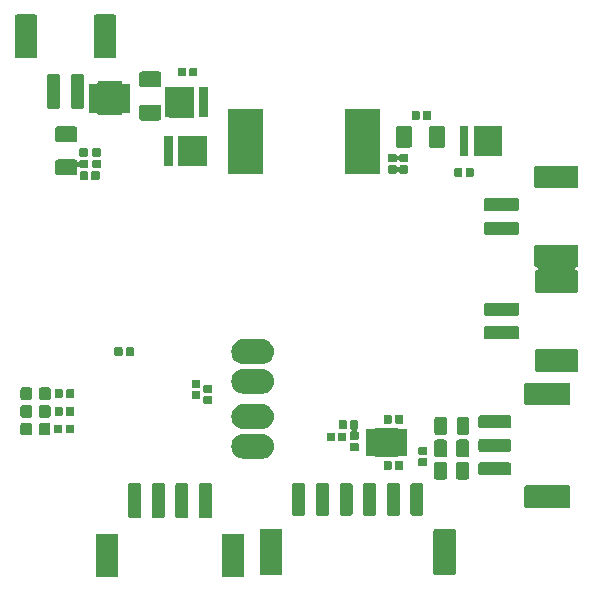
<source format=gbr>
G04 #@! TF.GenerationSoftware,KiCad,Pcbnew,5.0.1-33cea8e~68~ubuntu16.04.1*
G04 #@! TF.CreationDate,2018-12-19T13:47:28-05:00*
G04 #@! TF.ProjectId,SmallKat Battery Charger,536D616C6C4B61742042617474657279,rev?*
G04 #@! TF.SameCoordinates,Original*
G04 #@! TF.FileFunction,Soldermask,Top*
G04 #@! TF.FilePolarity,Negative*
%FSLAX46Y46*%
G04 Gerber Fmt 4.6, Leading zero omitted, Abs format (unit mm)*
G04 Created by KiCad (PCBNEW 5.0.1-33cea8e~68~ubuntu16.04.1) date Wed 19 Dec 2018 01:47:28 PM EST*
%MOMM*%
%LPD*%
G01*
G04 APERTURE LIST*
%ADD10C,0.100000*%
G04 APERTURE END LIST*
D10*
G36*
X20560918Y-44702934D02*
X20593424Y-44712795D01*
X20623383Y-44728808D01*
X20649641Y-44750359D01*
X20671192Y-44776617D01*
X20687205Y-44806576D01*
X20697066Y-44839082D01*
X20701000Y-44879029D01*
X20701000Y-48220971D01*
X20697066Y-48260918D01*
X20687205Y-48293424D01*
X20671192Y-48323383D01*
X20649641Y-48349641D01*
X20623383Y-48371192D01*
X20593424Y-48387205D01*
X20560918Y-48397066D01*
X20520971Y-48401000D01*
X18979029Y-48401000D01*
X18939082Y-48397066D01*
X18906576Y-48387205D01*
X18876617Y-48371192D01*
X18850359Y-48349641D01*
X18828808Y-48323383D01*
X18812795Y-48293424D01*
X18802934Y-48260918D01*
X18799000Y-48220971D01*
X18799000Y-44879029D01*
X18802934Y-44839082D01*
X18812795Y-44806576D01*
X18828808Y-44776617D01*
X18850359Y-44750359D01*
X18876617Y-44728808D01*
X18906576Y-44712795D01*
X18939082Y-44702934D01*
X18979029Y-44699000D01*
X20520971Y-44699000D01*
X20560918Y-44702934D01*
X20560918Y-44702934D01*
G37*
G36*
X9860918Y-44702934D02*
X9893424Y-44712795D01*
X9923383Y-44728808D01*
X9949641Y-44750359D01*
X9971192Y-44776617D01*
X9987205Y-44806576D01*
X9997066Y-44839082D01*
X10001000Y-44879029D01*
X10001000Y-48220971D01*
X9997066Y-48260918D01*
X9987205Y-48293424D01*
X9971192Y-48323383D01*
X9949641Y-48349641D01*
X9923383Y-48371192D01*
X9893424Y-48387205D01*
X9860918Y-48397066D01*
X9820971Y-48401000D01*
X8279029Y-48401000D01*
X8239082Y-48397066D01*
X8206576Y-48387205D01*
X8176617Y-48371192D01*
X8150359Y-48349641D01*
X8128808Y-48323383D01*
X8112795Y-48293424D01*
X8102934Y-48260918D01*
X8099000Y-48220971D01*
X8099000Y-44879029D01*
X8102934Y-44839082D01*
X8112795Y-44806576D01*
X8128808Y-44776617D01*
X8150359Y-44750359D01*
X8176617Y-44728808D01*
X8206576Y-44712795D01*
X8239082Y-44702934D01*
X8279029Y-44699000D01*
X9820971Y-44699000D01*
X9860918Y-44702934D01*
X9860918Y-44702934D01*
G37*
G36*
X38460918Y-44302934D02*
X38493424Y-44312795D01*
X38523383Y-44328808D01*
X38549641Y-44350359D01*
X38571192Y-44376617D01*
X38587205Y-44406576D01*
X38597066Y-44439082D01*
X38601000Y-44479029D01*
X38601000Y-48020971D01*
X38597066Y-48060918D01*
X38587205Y-48093424D01*
X38571192Y-48123383D01*
X38549641Y-48149641D01*
X38523383Y-48171192D01*
X38493424Y-48187205D01*
X38460918Y-48197066D01*
X38420971Y-48201000D01*
X36879029Y-48201000D01*
X36839082Y-48197066D01*
X36806576Y-48187205D01*
X36776617Y-48171192D01*
X36750359Y-48149641D01*
X36728808Y-48123383D01*
X36712795Y-48093424D01*
X36702934Y-48060918D01*
X36699000Y-48020971D01*
X36699000Y-44479029D01*
X36702934Y-44439082D01*
X36712795Y-44406576D01*
X36728808Y-44376617D01*
X36750359Y-44350359D01*
X36776617Y-44328808D01*
X36806576Y-44312795D01*
X36839082Y-44302934D01*
X36879029Y-44299000D01*
X38420971Y-44299000D01*
X38460918Y-44302934D01*
X38460918Y-44302934D01*
G37*
G36*
X23760918Y-44302934D02*
X23793424Y-44312795D01*
X23823383Y-44328808D01*
X23849641Y-44350359D01*
X23871192Y-44376617D01*
X23887205Y-44406576D01*
X23897066Y-44439082D01*
X23901000Y-44479029D01*
X23901000Y-48020971D01*
X23897066Y-48060918D01*
X23887205Y-48093424D01*
X23871192Y-48123383D01*
X23849641Y-48149641D01*
X23823383Y-48171192D01*
X23793424Y-48187205D01*
X23760918Y-48197066D01*
X23720971Y-48201000D01*
X22179029Y-48201000D01*
X22139082Y-48197066D01*
X22106576Y-48187205D01*
X22076617Y-48171192D01*
X22050359Y-48149641D01*
X22028808Y-48123383D01*
X22012795Y-48093424D01*
X22002934Y-48060918D01*
X21999000Y-48020971D01*
X21999000Y-44479029D01*
X22002934Y-44439082D01*
X22012795Y-44406576D01*
X22028808Y-44376617D01*
X22050359Y-44350359D01*
X22076617Y-44328808D01*
X22106576Y-44312795D01*
X22139082Y-44302934D01*
X22179029Y-44299000D01*
X23720971Y-44299000D01*
X23760918Y-44302934D01*
X23760918Y-44302934D01*
G37*
G36*
X17779433Y-40403686D02*
X17819281Y-40415774D01*
X17856001Y-40435401D01*
X17888186Y-40461814D01*
X17914599Y-40493999D01*
X17934226Y-40530719D01*
X17946314Y-40570567D01*
X17951000Y-40618141D01*
X17951000Y-43181859D01*
X17946314Y-43229433D01*
X17934226Y-43269281D01*
X17914599Y-43306001D01*
X17888186Y-43338186D01*
X17856001Y-43364599D01*
X17819281Y-43384226D01*
X17779433Y-43396314D01*
X17731859Y-43401000D01*
X17068141Y-43401000D01*
X17020567Y-43396314D01*
X16980719Y-43384226D01*
X16943999Y-43364599D01*
X16911814Y-43338186D01*
X16885401Y-43306001D01*
X16865774Y-43269281D01*
X16853686Y-43229433D01*
X16849000Y-43181859D01*
X16849000Y-40618141D01*
X16853686Y-40570567D01*
X16865774Y-40530719D01*
X16885401Y-40493999D01*
X16911814Y-40461814D01*
X16943999Y-40435401D01*
X16980719Y-40415774D01*
X17020567Y-40403686D01*
X17068141Y-40399000D01*
X17731859Y-40399000D01*
X17779433Y-40403686D01*
X17779433Y-40403686D01*
G37*
G36*
X11779433Y-40403686D02*
X11819281Y-40415774D01*
X11856001Y-40435401D01*
X11888186Y-40461814D01*
X11914599Y-40493999D01*
X11934226Y-40530719D01*
X11946314Y-40570567D01*
X11951000Y-40618141D01*
X11951000Y-43181859D01*
X11946314Y-43229433D01*
X11934226Y-43269281D01*
X11914599Y-43306001D01*
X11888186Y-43338186D01*
X11856001Y-43364599D01*
X11819281Y-43384226D01*
X11779433Y-43396314D01*
X11731859Y-43401000D01*
X11068141Y-43401000D01*
X11020567Y-43396314D01*
X10980719Y-43384226D01*
X10943999Y-43364599D01*
X10911814Y-43338186D01*
X10885401Y-43306001D01*
X10865774Y-43269281D01*
X10853686Y-43229433D01*
X10849000Y-43181859D01*
X10849000Y-40618141D01*
X10853686Y-40570567D01*
X10865774Y-40530719D01*
X10885401Y-40493999D01*
X10911814Y-40461814D01*
X10943999Y-40435401D01*
X10980719Y-40415774D01*
X11020567Y-40403686D01*
X11068141Y-40399000D01*
X11731859Y-40399000D01*
X11779433Y-40403686D01*
X11779433Y-40403686D01*
G37*
G36*
X13779433Y-40403686D02*
X13819281Y-40415774D01*
X13856001Y-40435401D01*
X13888186Y-40461814D01*
X13914599Y-40493999D01*
X13934226Y-40530719D01*
X13946314Y-40570567D01*
X13951000Y-40618141D01*
X13951000Y-43181859D01*
X13946314Y-43229433D01*
X13934226Y-43269281D01*
X13914599Y-43306001D01*
X13888186Y-43338186D01*
X13856001Y-43364599D01*
X13819281Y-43384226D01*
X13779433Y-43396314D01*
X13731859Y-43401000D01*
X13068141Y-43401000D01*
X13020567Y-43396314D01*
X12980719Y-43384226D01*
X12943999Y-43364599D01*
X12911814Y-43338186D01*
X12885401Y-43306001D01*
X12865774Y-43269281D01*
X12853686Y-43229433D01*
X12849000Y-43181859D01*
X12849000Y-40618141D01*
X12853686Y-40570567D01*
X12865774Y-40530719D01*
X12885401Y-40493999D01*
X12911814Y-40461814D01*
X12943999Y-40435401D01*
X12980719Y-40415774D01*
X13020567Y-40403686D01*
X13068141Y-40399000D01*
X13731859Y-40399000D01*
X13779433Y-40403686D01*
X13779433Y-40403686D01*
G37*
G36*
X15779433Y-40403686D02*
X15819281Y-40415774D01*
X15856001Y-40435401D01*
X15888186Y-40461814D01*
X15914599Y-40493999D01*
X15934226Y-40530719D01*
X15946314Y-40570567D01*
X15951000Y-40618141D01*
X15951000Y-43181859D01*
X15946314Y-43229433D01*
X15934226Y-43269281D01*
X15914599Y-43306001D01*
X15888186Y-43338186D01*
X15856001Y-43364599D01*
X15819281Y-43384226D01*
X15779433Y-43396314D01*
X15731859Y-43401000D01*
X15068141Y-43401000D01*
X15020567Y-43396314D01*
X14980719Y-43384226D01*
X14943999Y-43364599D01*
X14911814Y-43338186D01*
X14885401Y-43306001D01*
X14865774Y-43269281D01*
X14853686Y-43229433D01*
X14849000Y-43181859D01*
X14849000Y-40618141D01*
X14853686Y-40570567D01*
X14865774Y-40530719D01*
X14885401Y-40493999D01*
X14911814Y-40461814D01*
X14943999Y-40435401D01*
X14980719Y-40415774D01*
X15020567Y-40403686D01*
X15068141Y-40399000D01*
X15731859Y-40399000D01*
X15779433Y-40403686D01*
X15779433Y-40403686D01*
G37*
G36*
X25679433Y-40403686D02*
X25719281Y-40415774D01*
X25756001Y-40435401D01*
X25788186Y-40461814D01*
X25814599Y-40493999D01*
X25834226Y-40530719D01*
X25846314Y-40570567D01*
X25851000Y-40618141D01*
X25851000Y-42981859D01*
X25846314Y-43029433D01*
X25834226Y-43069281D01*
X25814599Y-43106001D01*
X25788186Y-43138186D01*
X25756001Y-43164599D01*
X25719281Y-43184226D01*
X25679433Y-43196314D01*
X25631859Y-43201000D01*
X24968141Y-43201000D01*
X24920567Y-43196314D01*
X24880719Y-43184226D01*
X24843999Y-43164599D01*
X24811814Y-43138186D01*
X24785401Y-43106001D01*
X24765774Y-43069281D01*
X24753686Y-43029433D01*
X24749000Y-42981859D01*
X24749000Y-40618141D01*
X24753686Y-40570567D01*
X24765774Y-40530719D01*
X24785401Y-40493999D01*
X24811814Y-40461814D01*
X24843999Y-40435401D01*
X24880719Y-40415774D01*
X24920567Y-40403686D01*
X24968141Y-40399000D01*
X25631859Y-40399000D01*
X25679433Y-40403686D01*
X25679433Y-40403686D01*
G37*
G36*
X35679433Y-40403686D02*
X35719281Y-40415774D01*
X35756001Y-40435401D01*
X35788186Y-40461814D01*
X35814599Y-40493999D01*
X35834226Y-40530719D01*
X35846314Y-40570567D01*
X35851000Y-40618141D01*
X35851000Y-42981859D01*
X35846314Y-43029433D01*
X35834226Y-43069281D01*
X35814599Y-43106001D01*
X35788186Y-43138186D01*
X35756001Y-43164599D01*
X35719281Y-43184226D01*
X35679433Y-43196314D01*
X35631859Y-43201000D01*
X34968141Y-43201000D01*
X34920567Y-43196314D01*
X34880719Y-43184226D01*
X34843999Y-43164599D01*
X34811814Y-43138186D01*
X34785401Y-43106001D01*
X34765774Y-43069281D01*
X34753686Y-43029433D01*
X34749000Y-42981859D01*
X34749000Y-40618141D01*
X34753686Y-40570567D01*
X34765774Y-40530719D01*
X34785401Y-40493999D01*
X34811814Y-40461814D01*
X34843999Y-40435401D01*
X34880719Y-40415774D01*
X34920567Y-40403686D01*
X34968141Y-40399000D01*
X35631859Y-40399000D01*
X35679433Y-40403686D01*
X35679433Y-40403686D01*
G37*
G36*
X33679433Y-40403686D02*
X33719281Y-40415774D01*
X33756001Y-40435401D01*
X33788186Y-40461814D01*
X33814599Y-40493999D01*
X33834226Y-40530719D01*
X33846314Y-40570567D01*
X33851000Y-40618141D01*
X33851000Y-42981859D01*
X33846314Y-43029433D01*
X33834226Y-43069281D01*
X33814599Y-43106001D01*
X33788186Y-43138186D01*
X33756001Y-43164599D01*
X33719281Y-43184226D01*
X33679433Y-43196314D01*
X33631859Y-43201000D01*
X32968141Y-43201000D01*
X32920567Y-43196314D01*
X32880719Y-43184226D01*
X32843999Y-43164599D01*
X32811814Y-43138186D01*
X32785401Y-43106001D01*
X32765774Y-43069281D01*
X32753686Y-43029433D01*
X32749000Y-42981859D01*
X32749000Y-40618141D01*
X32753686Y-40570567D01*
X32765774Y-40530719D01*
X32785401Y-40493999D01*
X32811814Y-40461814D01*
X32843999Y-40435401D01*
X32880719Y-40415774D01*
X32920567Y-40403686D01*
X32968141Y-40399000D01*
X33631859Y-40399000D01*
X33679433Y-40403686D01*
X33679433Y-40403686D01*
G37*
G36*
X31679433Y-40403686D02*
X31719281Y-40415774D01*
X31756001Y-40435401D01*
X31788186Y-40461814D01*
X31814599Y-40493999D01*
X31834226Y-40530719D01*
X31846314Y-40570567D01*
X31851000Y-40618141D01*
X31851000Y-42981859D01*
X31846314Y-43029433D01*
X31834226Y-43069281D01*
X31814599Y-43106001D01*
X31788186Y-43138186D01*
X31756001Y-43164599D01*
X31719281Y-43184226D01*
X31679433Y-43196314D01*
X31631859Y-43201000D01*
X30968141Y-43201000D01*
X30920567Y-43196314D01*
X30880719Y-43184226D01*
X30843999Y-43164599D01*
X30811814Y-43138186D01*
X30785401Y-43106001D01*
X30765774Y-43069281D01*
X30753686Y-43029433D01*
X30749000Y-42981859D01*
X30749000Y-40618141D01*
X30753686Y-40570567D01*
X30765774Y-40530719D01*
X30785401Y-40493999D01*
X30811814Y-40461814D01*
X30843999Y-40435401D01*
X30880719Y-40415774D01*
X30920567Y-40403686D01*
X30968141Y-40399000D01*
X31631859Y-40399000D01*
X31679433Y-40403686D01*
X31679433Y-40403686D01*
G37*
G36*
X29679433Y-40403686D02*
X29719281Y-40415774D01*
X29756001Y-40435401D01*
X29788186Y-40461814D01*
X29814599Y-40493999D01*
X29834226Y-40530719D01*
X29846314Y-40570567D01*
X29851000Y-40618141D01*
X29851000Y-42981859D01*
X29846314Y-43029433D01*
X29834226Y-43069281D01*
X29814599Y-43106001D01*
X29788186Y-43138186D01*
X29756001Y-43164599D01*
X29719281Y-43184226D01*
X29679433Y-43196314D01*
X29631859Y-43201000D01*
X28968141Y-43201000D01*
X28920567Y-43196314D01*
X28880719Y-43184226D01*
X28843999Y-43164599D01*
X28811814Y-43138186D01*
X28785401Y-43106001D01*
X28765774Y-43069281D01*
X28753686Y-43029433D01*
X28749000Y-42981859D01*
X28749000Y-40618141D01*
X28753686Y-40570567D01*
X28765774Y-40530719D01*
X28785401Y-40493999D01*
X28811814Y-40461814D01*
X28843999Y-40435401D01*
X28880719Y-40415774D01*
X28920567Y-40403686D01*
X28968141Y-40399000D01*
X29631859Y-40399000D01*
X29679433Y-40403686D01*
X29679433Y-40403686D01*
G37*
G36*
X27679433Y-40403686D02*
X27719281Y-40415774D01*
X27756001Y-40435401D01*
X27788186Y-40461814D01*
X27814599Y-40493999D01*
X27834226Y-40530719D01*
X27846314Y-40570567D01*
X27851000Y-40618141D01*
X27851000Y-42981859D01*
X27846314Y-43029433D01*
X27834226Y-43069281D01*
X27814599Y-43106001D01*
X27788186Y-43138186D01*
X27756001Y-43164599D01*
X27719281Y-43184226D01*
X27679433Y-43196314D01*
X27631859Y-43201000D01*
X26968141Y-43201000D01*
X26920567Y-43196314D01*
X26880719Y-43184226D01*
X26843999Y-43164599D01*
X26811814Y-43138186D01*
X26785401Y-43106001D01*
X26765774Y-43069281D01*
X26753686Y-43029433D01*
X26749000Y-42981859D01*
X26749000Y-40618141D01*
X26753686Y-40570567D01*
X26765774Y-40530719D01*
X26785401Y-40493999D01*
X26811814Y-40461814D01*
X26843999Y-40435401D01*
X26880719Y-40415774D01*
X26920567Y-40403686D01*
X26968141Y-40399000D01*
X27631859Y-40399000D01*
X27679433Y-40403686D01*
X27679433Y-40403686D01*
G37*
G36*
X48160918Y-40627934D02*
X48193424Y-40637795D01*
X48223383Y-40653808D01*
X48249641Y-40675359D01*
X48271192Y-40701617D01*
X48287205Y-40731576D01*
X48297066Y-40764082D01*
X48301000Y-40804029D01*
X48301000Y-42345971D01*
X48297066Y-42385918D01*
X48287205Y-42418424D01*
X48271192Y-42448383D01*
X48249641Y-42474641D01*
X48223383Y-42496192D01*
X48193424Y-42512205D01*
X48160918Y-42522066D01*
X48120971Y-42526000D01*
X44579029Y-42526000D01*
X44539082Y-42522066D01*
X44506576Y-42512205D01*
X44476617Y-42496192D01*
X44450359Y-42474641D01*
X44428808Y-42448383D01*
X44412795Y-42418424D01*
X44402934Y-42385918D01*
X44399000Y-42345971D01*
X44399000Y-40804029D01*
X44402934Y-40764082D01*
X44412795Y-40731576D01*
X44428808Y-40701617D01*
X44450359Y-40675359D01*
X44476617Y-40653808D01*
X44506576Y-40637795D01*
X44539082Y-40627934D01*
X44579029Y-40624000D01*
X48120971Y-40624000D01*
X48160918Y-40627934D01*
X48160918Y-40627934D01*
G37*
G36*
X39541363Y-38637618D02*
X39580034Y-38649349D01*
X39615676Y-38668401D01*
X39646914Y-38694036D01*
X39672549Y-38725274D01*
X39691601Y-38760916D01*
X39703332Y-38799587D01*
X39707897Y-38845941D01*
X39707897Y-39922165D01*
X39703332Y-39968519D01*
X39691601Y-40007190D01*
X39672549Y-40042832D01*
X39646914Y-40074070D01*
X39615676Y-40099705D01*
X39580034Y-40118757D01*
X39541363Y-40130488D01*
X39495009Y-40135053D01*
X38843785Y-40135053D01*
X38797431Y-40130488D01*
X38758760Y-40118757D01*
X38723118Y-40099705D01*
X38691880Y-40074070D01*
X38666245Y-40042832D01*
X38647193Y-40007190D01*
X38635462Y-39968519D01*
X38630897Y-39922165D01*
X38630897Y-38845941D01*
X38635462Y-38799587D01*
X38647193Y-38760916D01*
X38666245Y-38725274D01*
X38691880Y-38694036D01*
X38723118Y-38668401D01*
X38758760Y-38649349D01*
X38797431Y-38637618D01*
X38843785Y-38633053D01*
X39495009Y-38633053D01*
X39541363Y-38637618D01*
X39541363Y-38637618D01*
G37*
G36*
X37666363Y-38637618D02*
X37705034Y-38649349D01*
X37740676Y-38668401D01*
X37771914Y-38694036D01*
X37797549Y-38725274D01*
X37816601Y-38760916D01*
X37828332Y-38799587D01*
X37832897Y-38845941D01*
X37832897Y-39922165D01*
X37828332Y-39968519D01*
X37816601Y-40007190D01*
X37797549Y-40042832D01*
X37771914Y-40074070D01*
X37740676Y-40099705D01*
X37705034Y-40118757D01*
X37666363Y-40130488D01*
X37620009Y-40135053D01*
X36968785Y-40135053D01*
X36922431Y-40130488D01*
X36883760Y-40118757D01*
X36848118Y-40099705D01*
X36816880Y-40074070D01*
X36791245Y-40042832D01*
X36772193Y-40007190D01*
X36760462Y-39968519D01*
X36755897Y-39922165D01*
X36755897Y-38845941D01*
X36760462Y-38799587D01*
X36772193Y-38760916D01*
X36791245Y-38725274D01*
X36816880Y-38694036D01*
X36848118Y-38668401D01*
X36883760Y-38649349D01*
X36922431Y-38637618D01*
X36968785Y-38633053D01*
X37620009Y-38633053D01*
X37666363Y-38637618D01*
X37666363Y-38637618D01*
G37*
G36*
X43129433Y-38678686D02*
X43169281Y-38690774D01*
X43206001Y-38710401D01*
X43238186Y-38736814D01*
X43264599Y-38768999D01*
X43284226Y-38805719D01*
X43296314Y-38845567D01*
X43301000Y-38893141D01*
X43301000Y-39556859D01*
X43296314Y-39604433D01*
X43284226Y-39644281D01*
X43264599Y-39681001D01*
X43238186Y-39713186D01*
X43206001Y-39739599D01*
X43169281Y-39759226D01*
X43129433Y-39771314D01*
X43081859Y-39776000D01*
X40718141Y-39776000D01*
X40670567Y-39771314D01*
X40630719Y-39759226D01*
X40593999Y-39739599D01*
X40561814Y-39713186D01*
X40535401Y-39681001D01*
X40515774Y-39644281D01*
X40503686Y-39604433D01*
X40499000Y-39556859D01*
X40499000Y-38893141D01*
X40503686Y-38845567D01*
X40515774Y-38805719D01*
X40535401Y-38768999D01*
X40561814Y-38736814D01*
X40593999Y-38710401D01*
X40630719Y-38690774D01*
X40670567Y-38678686D01*
X40718141Y-38674000D01*
X43081859Y-38674000D01*
X43129433Y-38678686D01*
X43129433Y-38678686D01*
G37*
G36*
X34056938Y-38556716D02*
X34077556Y-38562970D01*
X34096556Y-38573126D01*
X34113208Y-38586792D01*
X34126874Y-38603444D01*
X34137030Y-38622444D01*
X34143284Y-38643062D01*
X34146000Y-38670640D01*
X34146000Y-39179360D01*
X34143284Y-39206938D01*
X34137030Y-39227556D01*
X34126874Y-39246556D01*
X34113208Y-39263208D01*
X34096556Y-39276874D01*
X34077556Y-39287030D01*
X34056938Y-39293284D01*
X34029360Y-39296000D01*
X33570640Y-39296000D01*
X33543062Y-39293284D01*
X33522444Y-39287030D01*
X33503444Y-39276874D01*
X33486792Y-39263208D01*
X33473126Y-39246556D01*
X33462970Y-39227556D01*
X33456716Y-39206938D01*
X33454000Y-39179360D01*
X33454000Y-38670640D01*
X33456716Y-38643062D01*
X33462970Y-38622444D01*
X33473126Y-38603444D01*
X33486792Y-38586792D01*
X33503444Y-38573126D01*
X33522444Y-38562970D01*
X33543062Y-38556716D01*
X33570640Y-38554000D01*
X34029360Y-38554000D01*
X34056938Y-38556716D01*
X34056938Y-38556716D01*
G37*
G36*
X33086938Y-38556716D02*
X33107556Y-38562970D01*
X33126556Y-38573126D01*
X33143208Y-38586792D01*
X33156874Y-38603444D01*
X33167030Y-38622444D01*
X33173284Y-38643062D01*
X33176000Y-38670640D01*
X33176000Y-39179360D01*
X33173284Y-39206938D01*
X33167030Y-39227556D01*
X33156874Y-39246556D01*
X33143208Y-39263208D01*
X33126556Y-39276874D01*
X33107556Y-39287030D01*
X33086938Y-39293284D01*
X33059360Y-39296000D01*
X32600640Y-39296000D01*
X32573062Y-39293284D01*
X32552444Y-39287030D01*
X32533444Y-39276874D01*
X32516792Y-39263208D01*
X32503126Y-39246556D01*
X32492970Y-39227556D01*
X32486716Y-39206938D01*
X32484000Y-39179360D01*
X32484000Y-38670640D01*
X32486716Y-38643062D01*
X32492970Y-38622444D01*
X32503126Y-38603444D01*
X32516792Y-38586792D01*
X32533444Y-38573126D01*
X32552444Y-38562970D01*
X32573062Y-38556716D01*
X32600640Y-38554000D01*
X33059360Y-38554000D01*
X33086938Y-38556716D01*
X33086938Y-38556716D01*
G37*
G36*
X36076335Y-38325769D02*
X36096953Y-38332023D01*
X36115953Y-38342179D01*
X36132605Y-38355845D01*
X36146271Y-38372497D01*
X36156427Y-38391497D01*
X36162681Y-38412115D01*
X36165397Y-38439693D01*
X36165397Y-38898413D01*
X36162681Y-38925991D01*
X36156427Y-38946609D01*
X36146271Y-38965609D01*
X36132605Y-38982261D01*
X36115953Y-38995927D01*
X36096953Y-39006083D01*
X36076335Y-39012337D01*
X36048757Y-39015053D01*
X35540037Y-39015053D01*
X35512459Y-39012337D01*
X35491841Y-39006083D01*
X35472841Y-38995927D01*
X35456189Y-38982261D01*
X35442523Y-38965609D01*
X35432367Y-38946609D01*
X35426113Y-38925991D01*
X35423397Y-38898413D01*
X35423397Y-38439693D01*
X35426113Y-38412115D01*
X35432367Y-38391497D01*
X35442523Y-38372497D01*
X35456189Y-38355845D01*
X35472841Y-38342179D01*
X35491841Y-38332023D01*
X35512459Y-38325769D01*
X35540037Y-38323053D01*
X36048757Y-38323053D01*
X36076335Y-38325769D01*
X36076335Y-38325769D01*
G37*
G36*
X22232510Y-36252041D02*
X22356032Y-36264207D01*
X22554146Y-36324305D01*
X22736729Y-36421897D01*
X22896765Y-36553235D01*
X23028103Y-36713271D01*
X23125695Y-36895854D01*
X23185793Y-37093968D01*
X23206085Y-37300000D01*
X23185793Y-37506032D01*
X23125695Y-37704146D01*
X23028103Y-37886729D01*
X22896765Y-38046765D01*
X22736729Y-38178103D01*
X22554146Y-38275695D01*
X22356032Y-38335793D01*
X22232510Y-38347959D01*
X22201631Y-38351000D01*
X20598369Y-38351000D01*
X20567490Y-38347959D01*
X20443968Y-38335793D01*
X20245854Y-38275695D01*
X20063271Y-38178103D01*
X19903235Y-38046765D01*
X19771897Y-37886729D01*
X19674305Y-37704146D01*
X19614207Y-37506032D01*
X19593915Y-37300000D01*
X19614207Y-37093968D01*
X19674305Y-36895854D01*
X19771897Y-36713271D01*
X19903235Y-36553235D01*
X20063271Y-36421897D01*
X20245854Y-36324305D01*
X20443968Y-36264207D01*
X20567490Y-36252041D01*
X20598369Y-36249000D01*
X22201631Y-36249000D01*
X22232510Y-36252041D01*
X22232510Y-36252041D01*
G37*
G36*
X33641463Y-35752499D02*
X33657009Y-35771441D01*
X33675951Y-35786987D01*
X33697562Y-35798538D01*
X33721011Y-35805651D01*
X33745397Y-35808053D01*
X34495397Y-35808053D01*
X34495397Y-38160053D01*
X33745397Y-38160053D01*
X33721011Y-38162455D01*
X33697562Y-38169568D01*
X33675951Y-38181119D01*
X33657009Y-38196665D01*
X33641463Y-38215607D01*
X33631069Y-38235053D01*
X31857725Y-38235053D01*
X31847331Y-38215607D01*
X31831785Y-38196665D01*
X31812843Y-38181119D01*
X31791232Y-38169568D01*
X31767783Y-38162455D01*
X31743397Y-38160053D01*
X30993397Y-38160053D01*
X30993397Y-35808053D01*
X31743397Y-35808053D01*
X31767783Y-35805651D01*
X31791232Y-35798538D01*
X31812843Y-35786987D01*
X31831785Y-35771441D01*
X31847331Y-35752499D01*
X31857725Y-35733053D01*
X33631069Y-35733053D01*
X33641463Y-35752499D01*
X33641463Y-35752499D01*
G37*
G36*
X39553863Y-36737618D02*
X39592534Y-36749349D01*
X39628176Y-36768401D01*
X39659414Y-36794036D01*
X39685049Y-36825274D01*
X39704101Y-36860916D01*
X39715832Y-36899587D01*
X39720397Y-36945941D01*
X39720397Y-38022165D01*
X39715832Y-38068519D01*
X39704101Y-38107190D01*
X39685049Y-38142832D01*
X39659414Y-38174070D01*
X39628176Y-38199705D01*
X39592534Y-38218757D01*
X39553863Y-38230488D01*
X39507509Y-38235053D01*
X38856285Y-38235053D01*
X38809931Y-38230488D01*
X38771260Y-38218757D01*
X38735618Y-38199705D01*
X38704380Y-38174070D01*
X38678745Y-38142832D01*
X38659693Y-38107190D01*
X38647962Y-38068519D01*
X38643397Y-38022165D01*
X38643397Y-36945941D01*
X38647962Y-36899587D01*
X38659693Y-36860916D01*
X38678745Y-36825274D01*
X38704380Y-36794036D01*
X38735618Y-36768401D01*
X38771260Y-36749349D01*
X38809931Y-36737618D01*
X38856285Y-36733053D01*
X39507509Y-36733053D01*
X39553863Y-36737618D01*
X39553863Y-36737618D01*
G37*
G36*
X37678863Y-36737618D02*
X37717534Y-36749349D01*
X37753176Y-36768401D01*
X37784414Y-36794036D01*
X37810049Y-36825274D01*
X37829101Y-36860916D01*
X37840832Y-36899587D01*
X37845397Y-36945941D01*
X37845397Y-38022165D01*
X37840832Y-38068519D01*
X37829101Y-38107190D01*
X37810049Y-38142832D01*
X37784414Y-38174070D01*
X37753176Y-38199705D01*
X37717534Y-38218757D01*
X37678863Y-38230488D01*
X37632509Y-38235053D01*
X36981285Y-38235053D01*
X36934931Y-38230488D01*
X36896260Y-38218757D01*
X36860618Y-38199705D01*
X36829380Y-38174070D01*
X36803745Y-38142832D01*
X36784693Y-38107190D01*
X36772962Y-38068519D01*
X36768397Y-38022165D01*
X36768397Y-36945941D01*
X36772962Y-36899587D01*
X36784693Y-36860916D01*
X36803745Y-36825274D01*
X36829380Y-36794036D01*
X36860618Y-36768401D01*
X36896260Y-36749349D01*
X36934931Y-36737618D01*
X36981285Y-36733053D01*
X37632509Y-36733053D01*
X37678863Y-36737618D01*
X37678863Y-36737618D01*
G37*
G36*
X36076335Y-37355769D02*
X36096953Y-37362023D01*
X36115953Y-37372179D01*
X36132605Y-37385845D01*
X36146271Y-37402497D01*
X36156427Y-37421497D01*
X36162681Y-37442115D01*
X36165397Y-37469693D01*
X36165397Y-37928413D01*
X36162681Y-37955991D01*
X36156427Y-37976609D01*
X36146271Y-37995609D01*
X36132605Y-38012261D01*
X36115953Y-38025927D01*
X36096953Y-38036083D01*
X36076335Y-38042337D01*
X36048757Y-38045053D01*
X35540037Y-38045053D01*
X35512459Y-38042337D01*
X35491841Y-38036083D01*
X35472841Y-38025927D01*
X35456189Y-38012261D01*
X35442523Y-37995609D01*
X35432367Y-37976609D01*
X35426113Y-37955991D01*
X35423397Y-37928413D01*
X35423397Y-37469693D01*
X35426113Y-37442115D01*
X35432367Y-37421497D01*
X35442523Y-37402497D01*
X35456189Y-37385845D01*
X35472841Y-37372179D01*
X35491841Y-37362023D01*
X35512459Y-37355769D01*
X35540037Y-37353053D01*
X36048757Y-37353053D01*
X36076335Y-37355769D01*
X36076335Y-37355769D01*
G37*
G36*
X43129433Y-36678686D02*
X43169281Y-36690774D01*
X43206001Y-36710401D01*
X43238186Y-36736814D01*
X43264599Y-36768999D01*
X43284226Y-36805719D01*
X43296314Y-36845567D01*
X43301000Y-36893141D01*
X43301000Y-37556859D01*
X43296314Y-37604433D01*
X43284226Y-37644281D01*
X43264599Y-37681001D01*
X43238186Y-37713186D01*
X43206001Y-37739599D01*
X43169281Y-37759226D01*
X43129433Y-37771314D01*
X43081859Y-37776000D01*
X40718141Y-37776000D01*
X40670567Y-37771314D01*
X40630719Y-37759226D01*
X40593999Y-37739599D01*
X40561814Y-37713186D01*
X40535401Y-37681001D01*
X40515774Y-37644281D01*
X40503686Y-37604433D01*
X40499000Y-37556859D01*
X40499000Y-36893141D01*
X40503686Y-36845567D01*
X40515774Y-36805719D01*
X40535401Y-36768999D01*
X40561814Y-36736814D01*
X40593999Y-36710401D01*
X40630719Y-36690774D01*
X40670567Y-36678686D01*
X40718141Y-36674000D01*
X43081859Y-36674000D01*
X43129433Y-36678686D01*
X43129433Y-36678686D01*
G37*
G36*
X30276335Y-37040769D02*
X30296953Y-37047023D01*
X30315953Y-37057179D01*
X30332605Y-37070845D01*
X30346271Y-37087497D01*
X30356427Y-37106497D01*
X30362681Y-37127115D01*
X30365397Y-37154693D01*
X30365397Y-37613413D01*
X30362681Y-37640991D01*
X30356427Y-37661609D01*
X30346271Y-37680609D01*
X30332605Y-37697261D01*
X30315953Y-37710927D01*
X30296953Y-37721083D01*
X30276335Y-37727337D01*
X30248757Y-37730053D01*
X29740037Y-37730053D01*
X29712459Y-37727337D01*
X29691841Y-37721083D01*
X29672841Y-37710927D01*
X29656189Y-37697261D01*
X29642523Y-37680609D01*
X29632367Y-37661609D01*
X29626113Y-37640991D01*
X29623397Y-37613413D01*
X29623397Y-37154693D01*
X29626113Y-37127115D01*
X29632367Y-37106497D01*
X29642523Y-37087497D01*
X29656189Y-37070845D01*
X29672841Y-37057179D01*
X29691841Y-37047023D01*
X29712459Y-37040769D01*
X29740037Y-37038053D01*
X30248757Y-37038053D01*
X30276335Y-37040769D01*
X30276335Y-37040769D01*
G37*
G36*
X29226938Y-36156716D02*
X29247556Y-36162970D01*
X29266556Y-36173126D01*
X29283208Y-36186792D01*
X29296874Y-36203444D01*
X29307030Y-36222444D01*
X29313284Y-36243062D01*
X29316000Y-36270640D01*
X29316000Y-36779360D01*
X29313284Y-36806938D01*
X29307030Y-36827556D01*
X29296874Y-36846556D01*
X29283208Y-36863208D01*
X29266556Y-36876874D01*
X29247556Y-36887030D01*
X29226938Y-36893284D01*
X29199360Y-36896000D01*
X28740640Y-36896000D01*
X28713062Y-36893284D01*
X28692444Y-36887030D01*
X28673444Y-36876874D01*
X28656792Y-36863208D01*
X28643126Y-36846556D01*
X28632970Y-36827556D01*
X28626716Y-36806938D01*
X28624000Y-36779360D01*
X28624000Y-36270640D01*
X28626716Y-36243062D01*
X28632970Y-36222444D01*
X28643126Y-36203444D01*
X28656792Y-36186792D01*
X28673444Y-36173126D01*
X28692444Y-36162970D01*
X28713062Y-36156716D01*
X28740640Y-36154000D01*
X29199360Y-36154000D01*
X29226938Y-36156716D01*
X29226938Y-36156716D01*
G37*
G36*
X28256938Y-36156716D02*
X28277556Y-36162970D01*
X28296556Y-36173126D01*
X28313208Y-36186792D01*
X28326874Y-36203444D01*
X28337030Y-36222444D01*
X28343284Y-36243062D01*
X28346000Y-36270640D01*
X28346000Y-36779360D01*
X28343284Y-36806938D01*
X28337030Y-36827556D01*
X28326874Y-36846556D01*
X28313208Y-36863208D01*
X28296556Y-36876874D01*
X28277556Y-36887030D01*
X28256938Y-36893284D01*
X28229360Y-36896000D01*
X27770640Y-36896000D01*
X27743062Y-36893284D01*
X27722444Y-36887030D01*
X27703444Y-36876874D01*
X27686792Y-36863208D01*
X27673126Y-36846556D01*
X27662970Y-36827556D01*
X27656716Y-36806938D01*
X27654000Y-36779360D01*
X27654000Y-36270640D01*
X27656716Y-36243062D01*
X27662970Y-36222444D01*
X27673126Y-36203444D01*
X27686792Y-36186792D01*
X27703444Y-36173126D01*
X27722444Y-36162970D01*
X27743062Y-36156716D01*
X27770640Y-36154000D01*
X28229360Y-36154000D01*
X28256938Y-36156716D01*
X28256938Y-36156716D01*
G37*
G36*
X30236335Y-35115769D02*
X30256953Y-35122023D01*
X30275953Y-35132179D01*
X30292605Y-35145845D01*
X30306271Y-35162497D01*
X30316427Y-35181497D01*
X30322681Y-35202115D01*
X30325397Y-35229693D01*
X30325397Y-35738413D01*
X30322681Y-35765991D01*
X30316427Y-35786609D01*
X30306271Y-35805609D01*
X30292605Y-35822261D01*
X30275951Y-35835928D01*
X30261945Y-35843415D01*
X30241570Y-35857029D01*
X30224244Y-35874356D01*
X30210630Y-35894731D01*
X30201253Y-35917370D01*
X30196473Y-35941404D01*
X30196473Y-35965908D01*
X30201254Y-35989941D01*
X30210632Y-36012580D01*
X30224246Y-36032955D01*
X30241573Y-36050281D01*
X30261948Y-36063895D01*
X30284586Y-36073272D01*
X30296953Y-36077023D01*
X30315953Y-36087179D01*
X30332605Y-36100845D01*
X30346271Y-36117497D01*
X30356427Y-36136497D01*
X30362681Y-36157115D01*
X30365397Y-36184693D01*
X30365397Y-36643413D01*
X30362681Y-36670991D01*
X30356427Y-36691609D01*
X30346271Y-36710609D01*
X30332605Y-36727261D01*
X30315953Y-36740927D01*
X30296953Y-36751083D01*
X30276335Y-36757337D01*
X30248757Y-36760053D01*
X29740037Y-36760053D01*
X29712459Y-36757337D01*
X29691841Y-36751083D01*
X29672841Y-36740927D01*
X29656189Y-36727261D01*
X29642523Y-36710609D01*
X29632367Y-36691609D01*
X29626113Y-36670991D01*
X29623397Y-36643413D01*
X29623397Y-36184693D01*
X29626113Y-36157115D01*
X29632367Y-36136497D01*
X29642523Y-36117497D01*
X29656189Y-36100845D01*
X29672841Y-36087179D01*
X29698093Y-36073681D01*
X29707719Y-36069693D01*
X29728093Y-36056078D01*
X29745418Y-36038749D01*
X29759030Y-36018373D01*
X29768405Y-35995733D01*
X29773183Y-35971699D01*
X29773181Y-35947195D01*
X29768398Y-35923162D01*
X29759018Y-35900524D01*
X29745403Y-35880150D01*
X29728074Y-35862825D01*
X29707709Y-35849219D01*
X29682841Y-35835927D01*
X29666189Y-35822261D01*
X29652523Y-35805609D01*
X29642367Y-35786609D01*
X29636113Y-35765991D01*
X29633397Y-35738413D01*
X29633397Y-35229693D01*
X29636113Y-35202115D01*
X29642367Y-35181497D01*
X29652523Y-35162497D01*
X29666189Y-35145845D01*
X29682841Y-35132179D01*
X29701841Y-35122023D01*
X29722459Y-35115769D01*
X29750037Y-35113053D01*
X30208757Y-35113053D01*
X30236335Y-35115769D01*
X30236335Y-35115769D01*
G37*
G36*
X4129591Y-35328085D02*
X4163569Y-35338393D01*
X4194887Y-35355133D01*
X4222339Y-35377661D01*
X4244867Y-35405113D01*
X4261607Y-35436431D01*
X4271915Y-35470409D01*
X4276000Y-35511890D01*
X4276000Y-36188110D01*
X4271915Y-36229591D01*
X4261607Y-36263569D01*
X4244867Y-36294887D01*
X4222339Y-36322339D01*
X4194887Y-36344867D01*
X4163569Y-36361607D01*
X4129591Y-36371915D01*
X4088110Y-36376000D01*
X3486890Y-36376000D01*
X3445409Y-36371915D01*
X3411431Y-36361607D01*
X3380113Y-36344867D01*
X3352661Y-36322339D01*
X3330133Y-36294887D01*
X3313393Y-36263569D01*
X3303085Y-36229591D01*
X3299000Y-36188110D01*
X3299000Y-35511890D01*
X3303085Y-35470409D01*
X3313393Y-35436431D01*
X3330133Y-35405113D01*
X3352661Y-35377661D01*
X3380113Y-35355133D01*
X3411431Y-35338393D01*
X3445409Y-35328085D01*
X3486890Y-35324000D01*
X4088110Y-35324000D01*
X4129591Y-35328085D01*
X4129591Y-35328085D01*
G37*
G36*
X2554591Y-35328085D02*
X2588569Y-35338393D01*
X2619887Y-35355133D01*
X2647339Y-35377661D01*
X2669867Y-35405113D01*
X2686607Y-35436431D01*
X2696915Y-35470409D01*
X2701000Y-35511890D01*
X2701000Y-36188110D01*
X2696915Y-36229591D01*
X2686607Y-36263569D01*
X2669867Y-36294887D01*
X2647339Y-36322339D01*
X2619887Y-36344867D01*
X2588569Y-36361607D01*
X2554591Y-36371915D01*
X2513110Y-36376000D01*
X1911890Y-36376000D01*
X1870409Y-36371915D01*
X1836431Y-36361607D01*
X1805113Y-36344867D01*
X1777661Y-36322339D01*
X1755133Y-36294887D01*
X1738393Y-36263569D01*
X1728085Y-36229591D01*
X1724000Y-36188110D01*
X1724000Y-35511890D01*
X1728085Y-35470409D01*
X1738393Y-35436431D01*
X1755133Y-35405113D01*
X1777661Y-35377661D01*
X1805113Y-35355133D01*
X1836431Y-35338393D01*
X1870409Y-35328085D01*
X1911890Y-35324000D01*
X2513110Y-35324000D01*
X2554591Y-35328085D01*
X2554591Y-35328085D01*
G37*
G36*
X39566363Y-34837618D02*
X39605034Y-34849349D01*
X39640676Y-34868401D01*
X39671914Y-34894036D01*
X39697549Y-34925274D01*
X39716601Y-34960916D01*
X39728332Y-34999587D01*
X39732897Y-35045941D01*
X39732897Y-36122165D01*
X39728332Y-36168519D01*
X39716601Y-36207190D01*
X39697549Y-36242832D01*
X39671914Y-36274070D01*
X39640676Y-36299705D01*
X39605034Y-36318757D01*
X39566363Y-36330488D01*
X39520009Y-36335053D01*
X38868785Y-36335053D01*
X38822431Y-36330488D01*
X38783760Y-36318757D01*
X38748118Y-36299705D01*
X38716880Y-36274070D01*
X38691245Y-36242832D01*
X38672193Y-36207190D01*
X38660462Y-36168519D01*
X38655897Y-36122165D01*
X38655897Y-35045941D01*
X38660462Y-34999587D01*
X38672193Y-34960916D01*
X38691245Y-34925274D01*
X38716880Y-34894036D01*
X38748118Y-34868401D01*
X38783760Y-34849349D01*
X38822431Y-34837618D01*
X38868785Y-34833053D01*
X39520009Y-34833053D01*
X39566363Y-34837618D01*
X39566363Y-34837618D01*
G37*
G36*
X37691363Y-34837618D02*
X37730034Y-34849349D01*
X37765676Y-34868401D01*
X37796914Y-34894036D01*
X37822549Y-34925274D01*
X37841601Y-34960916D01*
X37853332Y-34999587D01*
X37857897Y-35045941D01*
X37857897Y-36122165D01*
X37853332Y-36168519D01*
X37841601Y-36207190D01*
X37822549Y-36242832D01*
X37796914Y-36274070D01*
X37765676Y-36299705D01*
X37730034Y-36318757D01*
X37691363Y-36330488D01*
X37645009Y-36335053D01*
X36993785Y-36335053D01*
X36947431Y-36330488D01*
X36908760Y-36318757D01*
X36873118Y-36299705D01*
X36841880Y-36274070D01*
X36816245Y-36242832D01*
X36797193Y-36207190D01*
X36785462Y-36168519D01*
X36780897Y-36122165D01*
X36780897Y-35045941D01*
X36785462Y-34999587D01*
X36797193Y-34960916D01*
X36816245Y-34925274D01*
X36841880Y-34894036D01*
X36873118Y-34868401D01*
X36908760Y-34849349D01*
X36947431Y-34837618D01*
X36993785Y-34833053D01*
X37645009Y-34833053D01*
X37691363Y-34837618D01*
X37691363Y-34837618D01*
G37*
G36*
X5186938Y-35481716D02*
X5207556Y-35487970D01*
X5226556Y-35498126D01*
X5243208Y-35511792D01*
X5256874Y-35528444D01*
X5267030Y-35547444D01*
X5273284Y-35568062D01*
X5276000Y-35595640D01*
X5276000Y-36104360D01*
X5273284Y-36131938D01*
X5267030Y-36152556D01*
X5256874Y-36171556D01*
X5243208Y-36188208D01*
X5226556Y-36201874D01*
X5207556Y-36212030D01*
X5186938Y-36218284D01*
X5159360Y-36221000D01*
X4700640Y-36221000D01*
X4673062Y-36218284D01*
X4652444Y-36212030D01*
X4633444Y-36201874D01*
X4616792Y-36188208D01*
X4603126Y-36171556D01*
X4592970Y-36152556D01*
X4586716Y-36131938D01*
X4584000Y-36104360D01*
X4584000Y-35595640D01*
X4586716Y-35568062D01*
X4592970Y-35547444D01*
X4603126Y-35528444D01*
X4616792Y-35511792D01*
X4633444Y-35498126D01*
X4652444Y-35487970D01*
X4673062Y-35481716D01*
X4700640Y-35479000D01*
X5159360Y-35479000D01*
X5186938Y-35481716D01*
X5186938Y-35481716D01*
G37*
G36*
X6156938Y-35481716D02*
X6177556Y-35487970D01*
X6196556Y-35498126D01*
X6213208Y-35511792D01*
X6226874Y-35528444D01*
X6237030Y-35547444D01*
X6243284Y-35568062D01*
X6246000Y-35595640D01*
X6246000Y-36104360D01*
X6243284Y-36131938D01*
X6237030Y-36152556D01*
X6226874Y-36171556D01*
X6213208Y-36188208D01*
X6196556Y-36201874D01*
X6177556Y-36212030D01*
X6156938Y-36218284D01*
X6129360Y-36221000D01*
X5670640Y-36221000D01*
X5643062Y-36218284D01*
X5622444Y-36212030D01*
X5603444Y-36201874D01*
X5586792Y-36188208D01*
X5573126Y-36171556D01*
X5562970Y-36152556D01*
X5556716Y-36131938D01*
X5554000Y-36104360D01*
X5554000Y-35595640D01*
X5556716Y-35568062D01*
X5562970Y-35547444D01*
X5573126Y-35528444D01*
X5586792Y-35511792D01*
X5603444Y-35498126D01*
X5622444Y-35487970D01*
X5643062Y-35481716D01*
X5670640Y-35479000D01*
X6129360Y-35479000D01*
X6156938Y-35481716D01*
X6156938Y-35481716D01*
G37*
G36*
X29266335Y-35115769D02*
X29286953Y-35122023D01*
X29305953Y-35132179D01*
X29322605Y-35145845D01*
X29336271Y-35162497D01*
X29346427Y-35181497D01*
X29352681Y-35202115D01*
X29355397Y-35229693D01*
X29355397Y-35738413D01*
X29352681Y-35765991D01*
X29346427Y-35786609D01*
X29336271Y-35805609D01*
X29322605Y-35822261D01*
X29305953Y-35835927D01*
X29286953Y-35846083D01*
X29266335Y-35852337D01*
X29238757Y-35855053D01*
X28780037Y-35855053D01*
X28752459Y-35852337D01*
X28731841Y-35846083D01*
X28712841Y-35835927D01*
X28696189Y-35822261D01*
X28682523Y-35805609D01*
X28672367Y-35786609D01*
X28666113Y-35765991D01*
X28663397Y-35738413D01*
X28663397Y-35229693D01*
X28666113Y-35202115D01*
X28672367Y-35181497D01*
X28682523Y-35162497D01*
X28696189Y-35145845D01*
X28712841Y-35132179D01*
X28731841Y-35122023D01*
X28752459Y-35115769D01*
X28780037Y-35113053D01*
X29238757Y-35113053D01*
X29266335Y-35115769D01*
X29266335Y-35115769D01*
G37*
G36*
X22232510Y-33752041D02*
X22356032Y-33764207D01*
X22554146Y-33824305D01*
X22736729Y-33921897D01*
X22896765Y-34053235D01*
X23028103Y-34213271D01*
X23125695Y-34395854D01*
X23185793Y-34593968D01*
X23206085Y-34800000D01*
X23185793Y-35006032D01*
X23125695Y-35204146D01*
X23028103Y-35386729D01*
X22896765Y-35546765D01*
X22736729Y-35678103D01*
X22554146Y-35775695D01*
X22356032Y-35835793D01*
X22232510Y-35847959D01*
X22201631Y-35851000D01*
X20598369Y-35851000D01*
X20567490Y-35847959D01*
X20443968Y-35835793D01*
X20245854Y-35775695D01*
X20063271Y-35678103D01*
X19903235Y-35546765D01*
X19771897Y-35386729D01*
X19674305Y-35204146D01*
X19614207Y-35006032D01*
X19593915Y-34800000D01*
X19614207Y-34593968D01*
X19674305Y-34395854D01*
X19771897Y-34213271D01*
X19903235Y-34053235D01*
X20063271Y-33921897D01*
X20245854Y-33824305D01*
X20443968Y-33764207D01*
X20567490Y-33752041D01*
X20598369Y-33749000D01*
X22201631Y-33749000D01*
X22232510Y-33752041D01*
X22232510Y-33752041D01*
G37*
G36*
X43129433Y-34678686D02*
X43169281Y-34690774D01*
X43206001Y-34710401D01*
X43238186Y-34736814D01*
X43264599Y-34768999D01*
X43284226Y-34805719D01*
X43296314Y-34845567D01*
X43301000Y-34893141D01*
X43301000Y-35556859D01*
X43296314Y-35604433D01*
X43284226Y-35644281D01*
X43264599Y-35681001D01*
X43238186Y-35713186D01*
X43206001Y-35739599D01*
X43169281Y-35759226D01*
X43129433Y-35771314D01*
X43081859Y-35776000D01*
X40718141Y-35776000D01*
X40670567Y-35771314D01*
X40630719Y-35759226D01*
X40593999Y-35739599D01*
X40561814Y-35713186D01*
X40535401Y-35681001D01*
X40515774Y-35644281D01*
X40503686Y-35604433D01*
X40499000Y-35556859D01*
X40499000Y-34893141D01*
X40503686Y-34845567D01*
X40515774Y-34805719D01*
X40535401Y-34768999D01*
X40561814Y-34736814D01*
X40593999Y-34710401D01*
X40630719Y-34690774D01*
X40670567Y-34678686D01*
X40718141Y-34674000D01*
X43081859Y-34674000D01*
X43129433Y-34678686D01*
X43129433Y-34678686D01*
G37*
G36*
X33086938Y-34656716D02*
X33107556Y-34662970D01*
X33126556Y-34673126D01*
X33143208Y-34686792D01*
X33156874Y-34703444D01*
X33167030Y-34722444D01*
X33173284Y-34743062D01*
X33176000Y-34770640D01*
X33176000Y-35279360D01*
X33173284Y-35306938D01*
X33167030Y-35327556D01*
X33156874Y-35346556D01*
X33143208Y-35363208D01*
X33126556Y-35376874D01*
X33107556Y-35387030D01*
X33086938Y-35393284D01*
X33059360Y-35396000D01*
X32600640Y-35396000D01*
X32573062Y-35393284D01*
X32552444Y-35387030D01*
X32533444Y-35376874D01*
X32516792Y-35363208D01*
X32503126Y-35346556D01*
X32492970Y-35327556D01*
X32486716Y-35306938D01*
X32484000Y-35279360D01*
X32484000Y-34770640D01*
X32486716Y-34743062D01*
X32492970Y-34722444D01*
X32503126Y-34703444D01*
X32516792Y-34686792D01*
X32533444Y-34673126D01*
X32552444Y-34662970D01*
X32573062Y-34656716D01*
X32600640Y-34654000D01*
X33059360Y-34654000D01*
X33086938Y-34656716D01*
X33086938Y-34656716D01*
G37*
G36*
X34056938Y-34656716D02*
X34077556Y-34662970D01*
X34096556Y-34673126D01*
X34113208Y-34686792D01*
X34126874Y-34703444D01*
X34137030Y-34722444D01*
X34143284Y-34743062D01*
X34146000Y-34770640D01*
X34146000Y-35279360D01*
X34143284Y-35306938D01*
X34137030Y-35327556D01*
X34126874Y-35346556D01*
X34113208Y-35363208D01*
X34096556Y-35376874D01*
X34077556Y-35387030D01*
X34056938Y-35393284D01*
X34029360Y-35396000D01*
X33570640Y-35396000D01*
X33543062Y-35393284D01*
X33522444Y-35387030D01*
X33503444Y-35376874D01*
X33486792Y-35363208D01*
X33473126Y-35346556D01*
X33462970Y-35327556D01*
X33456716Y-35306938D01*
X33454000Y-35279360D01*
X33454000Y-34770640D01*
X33456716Y-34743062D01*
X33462970Y-34722444D01*
X33473126Y-34703444D01*
X33486792Y-34686792D01*
X33503444Y-34673126D01*
X33522444Y-34662970D01*
X33543062Y-34656716D01*
X33570640Y-34654000D01*
X34029360Y-34654000D01*
X34056938Y-34656716D01*
X34056938Y-34656716D01*
G37*
G36*
X4142091Y-33828085D02*
X4176069Y-33838393D01*
X4207387Y-33855133D01*
X4234839Y-33877661D01*
X4257367Y-33905113D01*
X4274107Y-33936431D01*
X4284415Y-33970409D01*
X4288500Y-34011890D01*
X4288500Y-34688110D01*
X4284415Y-34729591D01*
X4274107Y-34763569D01*
X4257367Y-34794887D01*
X4234839Y-34822339D01*
X4207387Y-34844867D01*
X4176069Y-34861607D01*
X4142091Y-34871915D01*
X4100610Y-34876000D01*
X3499390Y-34876000D01*
X3457909Y-34871915D01*
X3423931Y-34861607D01*
X3392613Y-34844867D01*
X3365161Y-34822339D01*
X3342633Y-34794887D01*
X3325893Y-34763569D01*
X3315585Y-34729591D01*
X3311500Y-34688110D01*
X3311500Y-34011890D01*
X3315585Y-33970409D01*
X3325893Y-33936431D01*
X3342633Y-33905113D01*
X3365161Y-33877661D01*
X3392613Y-33855133D01*
X3423931Y-33838393D01*
X3457909Y-33828085D01*
X3499390Y-33824000D01*
X4100610Y-33824000D01*
X4142091Y-33828085D01*
X4142091Y-33828085D01*
G37*
G36*
X2567091Y-33828085D02*
X2601069Y-33838393D01*
X2632387Y-33855133D01*
X2659839Y-33877661D01*
X2682367Y-33905113D01*
X2699107Y-33936431D01*
X2709415Y-33970409D01*
X2713500Y-34011890D01*
X2713500Y-34688110D01*
X2709415Y-34729591D01*
X2699107Y-34763569D01*
X2682367Y-34794887D01*
X2659839Y-34822339D01*
X2632387Y-34844867D01*
X2601069Y-34861607D01*
X2567091Y-34871915D01*
X2525610Y-34876000D01*
X1924390Y-34876000D01*
X1882909Y-34871915D01*
X1848931Y-34861607D01*
X1817613Y-34844867D01*
X1790161Y-34822339D01*
X1767633Y-34794887D01*
X1750893Y-34763569D01*
X1740585Y-34729591D01*
X1736500Y-34688110D01*
X1736500Y-34011890D01*
X1740585Y-33970409D01*
X1750893Y-33936431D01*
X1767633Y-33905113D01*
X1790161Y-33877661D01*
X1817613Y-33855133D01*
X1848931Y-33838393D01*
X1882909Y-33828085D01*
X1924390Y-33824000D01*
X2525610Y-33824000D01*
X2567091Y-33828085D01*
X2567091Y-33828085D01*
G37*
G36*
X6191938Y-33981716D02*
X6212556Y-33987970D01*
X6231556Y-33998126D01*
X6248208Y-34011792D01*
X6261874Y-34028444D01*
X6272030Y-34047444D01*
X6278284Y-34068062D01*
X6281000Y-34095640D01*
X6281000Y-34604360D01*
X6278284Y-34631938D01*
X6272030Y-34652556D01*
X6261874Y-34671556D01*
X6248208Y-34688208D01*
X6231556Y-34701874D01*
X6212556Y-34712030D01*
X6191938Y-34718284D01*
X6164360Y-34721000D01*
X5705640Y-34721000D01*
X5678062Y-34718284D01*
X5657444Y-34712030D01*
X5638444Y-34701874D01*
X5621792Y-34688208D01*
X5608126Y-34671556D01*
X5597970Y-34652556D01*
X5591716Y-34631938D01*
X5589000Y-34604360D01*
X5589000Y-34095640D01*
X5591716Y-34068062D01*
X5597970Y-34047444D01*
X5608126Y-34028444D01*
X5621792Y-34011792D01*
X5638444Y-33998126D01*
X5657444Y-33987970D01*
X5678062Y-33981716D01*
X5705640Y-33979000D01*
X6164360Y-33979000D01*
X6191938Y-33981716D01*
X6191938Y-33981716D01*
G37*
G36*
X5221938Y-33981716D02*
X5242556Y-33987970D01*
X5261556Y-33998126D01*
X5278208Y-34011792D01*
X5291874Y-34028444D01*
X5302030Y-34047444D01*
X5308284Y-34068062D01*
X5311000Y-34095640D01*
X5311000Y-34604360D01*
X5308284Y-34631938D01*
X5302030Y-34652556D01*
X5291874Y-34671556D01*
X5278208Y-34688208D01*
X5261556Y-34701874D01*
X5242556Y-34712030D01*
X5221938Y-34718284D01*
X5194360Y-34721000D01*
X4735640Y-34721000D01*
X4708062Y-34718284D01*
X4687444Y-34712030D01*
X4668444Y-34701874D01*
X4651792Y-34688208D01*
X4638126Y-34671556D01*
X4627970Y-34652556D01*
X4621716Y-34631938D01*
X4619000Y-34604360D01*
X4619000Y-34095640D01*
X4621716Y-34068062D01*
X4627970Y-34047444D01*
X4638126Y-34028444D01*
X4651792Y-34011792D01*
X4668444Y-33998126D01*
X4687444Y-33987970D01*
X4708062Y-33981716D01*
X4735640Y-33979000D01*
X5194360Y-33979000D01*
X5221938Y-33981716D01*
X5221938Y-33981716D01*
G37*
G36*
X48160918Y-31927934D02*
X48193424Y-31937795D01*
X48223383Y-31953808D01*
X48249641Y-31975359D01*
X48271192Y-32001617D01*
X48287205Y-32031576D01*
X48297066Y-32064082D01*
X48301000Y-32104029D01*
X48301000Y-33645971D01*
X48297066Y-33685918D01*
X48287205Y-33718424D01*
X48271192Y-33748383D01*
X48249641Y-33774641D01*
X48223383Y-33796192D01*
X48193424Y-33812205D01*
X48160918Y-33822066D01*
X48120971Y-33826000D01*
X44579029Y-33826000D01*
X44539082Y-33822066D01*
X44506576Y-33812205D01*
X44476617Y-33796192D01*
X44450359Y-33774641D01*
X44428808Y-33748383D01*
X44412795Y-33718424D01*
X44402934Y-33685918D01*
X44399000Y-33645971D01*
X44399000Y-32104029D01*
X44402934Y-32064082D01*
X44412795Y-32031576D01*
X44428808Y-32001617D01*
X44450359Y-31975359D01*
X44476617Y-31953808D01*
X44506576Y-31937795D01*
X44539082Y-31927934D01*
X44579029Y-31924000D01*
X48120971Y-31924000D01*
X48160918Y-31927934D01*
X48160918Y-31927934D01*
G37*
G36*
X17881938Y-33056716D02*
X17902556Y-33062970D01*
X17921556Y-33073126D01*
X17938208Y-33086792D01*
X17951874Y-33103444D01*
X17962030Y-33122444D01*
X17968284Y-33143062D01*
X17971000Y-33170640D01*
X17971000Y-33629360D01*
X17968284Y-33656938D01*
X17962030Y-33677556D01*
X17951874Y-33696556D01*
X17938208Y-33713208D01*
X17921556Y-33726874D01*
X17902556Y-33737030D01*
X17881938Y-33743284D01*
X17854360Y-33746000D01*
X17345640Y-33746000D01*
X17318062Y-33743284D01*
X17297444Y-33737030D01*
X17278444Y-33726874D01*
X17261792Y-33713208D01*
X17248126Y-33696556D01*
X17237970Y-33677556D01*
X17231716Y-33656938D01*
X17229000Y-33629360D01*
X17229000Y-33170640D01*
X17231716Y-33143062D01*
X17237970Y-33122444D01*
X17248126Y-33103444D01*
X17261792Y-33086792D01*
X17278444Y-33073126D01*
X17297444Y-33062970D01*
X17318062Y-33056716D01*
X17345640Y-33054000D01*
X17854360Y-33054000D01*
X17881938Y-33056716D01*
X17881938Y-33056716D01*
G37*
G36*
X4142091Y-32328085D02*
X4176069Y-32338393D01*
X4207387Y-32355133D01*
X4234839Y-32377661D01*
X4257367Y-32405113D01*
X4274107Y-32436431D01*
X4284415Y-32470409D01*
X4288500Y-32511890D01*
X4288500Y-33188110D01*
X4284415Y-33229591D01*
X4274107Y-33263569D01*
X4257367Y-33294887D01*
X4234839Y-33322339D01*
X4207387Y-33344867D01*
X4176069Y-33361607D01*
X4142091Y-33371915D01*
X4100610Y-33376000D01*
X3499390Y-33376000D01*
X3457909Y-33371915D01*
X3423931Y-33361607D01*
X3392613Y-33344867D01*
X3365161Y-33322339D01*
X3342633Y-33294887D01*
X3325893Y-33263569D01*
X3315585Y-33229591D01*
X3311500Y-33188110D01*
X3311500Y-32511890D01*
X3315585Y-32470409D01*
X3325893Y-32436431D01*
X3342633Y-32405113D01*
X3365161Y-32377661D01*
X3392613Y-32355133D01*
X3423931Y-32338393D01*
X3457909Y-32328085D01*
X3499390Y-32324000D01*
X4100610Y-32324000D01*
X4142091Y-32328085D01*
X4142091Y-32328085D01*
G37*
G36*
X2567091Y-32328085D02*
X2601069Y-32338393D01*
X2632387Y-32355133D01*
X2659839Y-32377661D01*
X2682367Y-32405113D01*
X2699107Y-32436431D01*
X2709415Y-32470409D01*
X2713500Y-32511890D01*
X2713500Y-33188110D01*
X2709415Y-33229591D01*
X2699107Y-33263569D01*
X2682367Y-33294887D01*
X2659839Y-33322339D01*
X2632387Y-33344867D01*
X2601069Y-33361607D01*
X2567091Y-33371915D01*
X2525610Y-33376000D01*
X1924390Y-33376000D01*
X1882909Y-33371915D01*
X1848931Y-33361607D01*
X1817613Y-33344867D01*
X1790161Y-33322339D01*
X1767633Y-33294887D01*
X1750893Y-33263569D01*
X1740585Y-33229591D01*
X1736500Y-33188110D01*
X1736500Y-32511890D01*
X1740585Y-32470409D01*
X1750893Y-32436431D01*
X1767633Y-32405113D01*
X1790161Y-32377661D01*
X1817613Y-32355133D01*
X1848931Y-32338393D01*
X1882909Y-32328085D01*
X1924390Y-32324000D01*
X2525610Y-32324000D01*
X2567091Y-32328085D01*
X2567091Y-32328085D01*
G37*
G36*
X16881938Y-32641716D02*
X16902556Y-32647970D01*
X16921556Y-32658126D01*
X16938208Y-32671792D01*
X16951874Y-32688444D01*
X16962030Y-32707444D01*
X16968284Y-32728062D01*
X16971000Y-32755640D01*
X16971000Y-33214360D01*
X16968284Y-33241938D01*
X16962030Y-33262556D01*
X16951874Y-33281556D01*
X16938208Y-33298208D01*
X16921556Y-33311874D01*
X16902556Y-33322030D01*
X16881938Y-33328284D01*
X16854360Y-33331000D01*
X16345640Y-33331000D01*
X16318062Y-33328284D01*
X16297444Y-33322030D01*
X16278444Y-33311874D01*
X16261792Y-33298208D01*
X16248126Y-33281556D01*
X16237970Y-33262556D01*
X16231716Y-33241938D01*
X16229000Y-33214360D01*
X16229000Y-32755640D01*
X16231716Y-32728062D01*
X16237970Y-32707444D01*
X16248126Y-32688444D01*
X16261792Y-32671792D01*
X16278444Y-32658126D01*
X16297444Y-32647970D01*
X16318062Y-32641716D01*
X16345640Y-32639000D01*
X16854360Y-32639000D01*
X16881938Y-32641716D01*
X16881938Y-32641716D01*
G37*
G36*
X5221938Y-32481716D02*
X5242556Y-32487970D01*
X5261556Y-32498126D01*
X5278208Y-32511792D01*
X5291874Y-32528444D01*
X5302030Y-32547444D01*
X5308284Y-32568062D01*
X5311000Y-32595640D01*
X5311000Y-33104360D01*
X5308284Y-33131938D01*
X5302030Y-33152556D01*
X5291874Y-33171556D01*
X5278208Y-33188208D01*
X5261556Y-33201874D01*
X5242556Y-33212030D01*
X5221938Y-33218284D01*
X5194360Y-33221000D01*
X4735640Y-33221000D01*
X4708062Y-33218284D01*
X4687444Y-33212030D01*
X4668444Y-33201874D01*
X4651792Y-33188208D01*
X4638126Y-33171556D01*
X4627970Y-33152556D01*
X4621716Y-33131938D01*
X4619000Y-33104360D01*
X4619000Y-32595640D01*
X4621716Y-32568062D01*
X4627970Y-32547444D01*
X4638126Y-32528444D01*
X4651792Y-32511792D01*
X4668444Y-32498126D01*
X4687444Y-32487970D01*
X4708062Y-32481716D01*
X4735640Y-32479000D01*
X5194360Y-32479000D01*
X5221938Y-32481716D01*
X5221938Y-32481716D01*
G37*
G36*
X6191938Y-32481716D02*
X6212556Y-32487970D01*
X6231556Y-32498126D01*
X6248208Y-32511792D01*
X6261874Y-32528444D01*
X6272030Y-32547444D01*
X6278284Y-32568062D01*
X6281000Y-32595640D01*
X6281000Y-33104360D01*
X6278284Y-33131938D01*
X6272030Y-33152556D01*
X6261874Y-33171556D01*
X6248208Y-33188208D01*
X6231556Y-33201874D01*
X6212556Y-33212030D01*
X6191938Y-33218284D01*
X6164360Y-33221000D01*
X5705640Y-33221000D01*
X5678062Y-33218284D01*
X5657444Y-33212030D01*
X5638444Y-33201874D01*
X5621792Y-33188208D01*
X5608126Y-33171556D01*
X5597970Y-33152556D01*
X5591716Y-33131938D01*
X5589000Y-33104360D01*
X5589000Y-32595640D01*
X5591716Y-32568062D01*
X5597970Y-32547444D01*
X5608126Y-32528444D01*
X5621792Y-32511792D01*
X5638444Y-32498126D01*
X5657444Y-32487970D01*
X5678062Y-32481716D01*
X5705640Y-32479000D01*
X6164360Y-32479000D01*
X6191938Y-32481716D01*
X6191938Y-32481716D01*
G37*
G36*
X22232510Y-30752041D02*
X22356032Y-30764207D01*
X22554146Y-30824305D01*
X22736729Y-30921897D01*
X22896765Y-31053235D01*
X23028103Y-31213271D01*
X23125695Y-31395854D01*
X23185793Y-31593968D01*
X23206085Y-31800000D01*
X23185793Y-32006032D01*
X23125695Y-32204146D01*
X23028103Y-32386729D01*
X22896765Y-32546765D01*
X22736729Y-32678103D01*
X22554146Y-32775695D01*
X22356032Y-32835793D01*
X22232510Y-32847959D01*
X22201631Y-32851000D01*
X20598369Y-32851000D01*
X20567490Y-32847959D01*
X20443968Y-32835793D01*
X20245854Y-32775695D01*
X20063271Y-32678103D01*
X19903235Y-32546765D01*
X19771897Y-32386729D01*
X19674305Y-32204146D01*
X19614207Y-32006032D01*
X19593915Y-31800000D01*
X19614207Y-31593968D01*
X19674305Y-31395854D01*
X19771897Y-31213271D01*
X19903235Y-31053235D01*
X20063271Y-30921897D01*
X20245854Y-30824305D01*
X20443968Y-30764207D01*
X20567490Y-30752041D01*
X20598369Y-30749000D01*
X22201631Y-30749000D01*
X22232510Y-30752041D01*
X22232510Y-30752041D01*
G37*
G36*
X17881938Y-32086716D02*
X17902556Y-32092970D01*
X17921556Y-32103126D01*
X17938208Y-32116792D01*
X17951874Y-32133444D01*
X17962030Y-32152444D01*
X17968284Y-32173062D01*
X17971000Y-32200640D01*
X17971000Y-32659360D01*
X17968284Y-32686938D01*
X17962030Y-32707556D01*
X17951874Y-32726556D01*
X17938208Y-32743208D01*
X17921556Y-32756874D01*
X17902556Y-32767030D01*
X17881938Y-32773284D01*
X17854360Y-32776000D01*
X17345640Y-32776000D01*
X17318062Y-32773284D01*
X17297444Y-32767030D01*
X17278444Y-32756874D01*
X17261792Y-32743208D01*
X17248126Y-32726556D01*
X17237970Y-32707556D01*
X17231716Y-32686938D01*
X17229000Y-32659360D01*
X17229000Y-32200640D01*
X17231716Y-32173062D01*
X17237970Y-32152444D01*
X17248126Y-32133444D01*
X17261792Y-32116792D01*
X17278444Y-32103126D01*
X17297444Y-32092970D01*
X17318062Y-32086716D01*
X17345640Y-32084000D01*
X17854360Y-32084000D01*
X17881938Y-32086716D01*
X17881938Y-32086716D01*
G37*
G36*
X16881938Y-31671716D02*
X16902556Y-31677970D01*
X16921556Y-31688126D01*
X16938208Y-31701792D01*
X16951874Y-31718444D01*
X16962030Y-31737444D01*
X16968284Y-31758062D01*
X16971000Y-31785640D01*
X16971000Y-32244360D01*
X16968284Y-32271938D01*
X16962030Y-32292556D01*
X16951874Y-32311556D01*
X16938208Y-32328208D01*
X16921556Y-32341874D01*
X16902556Y-32352030D01*
X16881938Y-32358284D01*
X16854360Y-32361000D01*
X16345640Y-32361000D01*
X16318062Y-32358284D01*
X16297444Y-32352030D01*
X16278444Y-32341874D01*
X16261792Y-32328208D01*
X16248126Y-32311556D01*
X16237970Y-32292556D01*
X16231716Y-32271938D01*
X16229000Y-32244360D01*
X16229000Y-31785640D01*
X16231716Y-31758062D01*
X16237970Y-31737444D01*
X16248126Y-31718444D01*
X16261792Y-31701792D01*
X16278444Y-31688126D01*
X16297444Y-31677970D01*
X16318062Y-31671716D01*
X16345640Y-31669000D01*
X16854360Y-31669000D01*
X16881938Y-31671716D01*
X16881938Y-31671716D01*
G37*
G36*
X48835918Y-29102934D02*
X48868424Y-29112795D01*
X48898383Y-29128808D01*
X48924641Y-29150359D01*
X48946192Y-29176617D01*
X48962205Y-29206576D01*
X48972066Y-29239082D01*
X48976000Y-29279029D01*
X48976000Y-30820971D01*
X48972066Y-30860918D01*
X48962205Y-30893424D01*
X48946192Y-30923383D01*
X48924641Y-30949641D01*
X48898383Y-30971192D01*
X48868424Y-30987205D01*
X48835918Y-30997066D01*
X48795971Y-31001000D01*
X45454029Y-31001000D01*
X45414082Y-30997066D01*
X45381576Y-30987205D01*
X45351617Y-30971192D01*
X45325359Y-30949641D01*
X45303808Y-30923383D01*
X45287795Y-30893424D01*
X45277934Y-30860918D01*
X45274000Y-30820971D01*
X45274000Y-29279029D01*
X45277934Y-29239082D01*
X45287795Y-29206576D01*
X45303808Y-29176617D01*
X45325359Y-29150359D01*
X45351617Y-29128808D01*
X45381576Y-29112795D01*
X45414082Y-29102934D01*
X45454029Y-29099000D01*
X48795971Y-29099000D01*
X48835918Y-29102934D01*
X48835918Y-29102934D01*
G37*
G36*
X22221937Y-28251000D02*
X22356032Y-28264207D01*
X22554146Y-28324305D01*
X22736729Y-28421897D01*
X22896765Y-28553235D01*
X23028103Y-28713271D01*
X23125695Y-28895854D01*
X23185793Y-29093968D01*
X23206085Y-29300000D01*
X23185793Y-29506032D01*
X23125695Y-29704146D01*
X23028103Y-29886729D01*
X22896765Y-30046765D01*
X22736729Y-30178103D01*
X22554146Y-30275695D01*
X22356032Y-30335793D01*
X22232510Y-30347959D01*
X22201631Y-30351000D01*
X20598369Y-30351000D01*
X20567490Y-30347959D01*
X20443968Y-30335793D01*
X20245854Y-30275695D01*
X20063271Y-30178103D01*
X19903235Y-30046765D01*
X19771897Y-29886729D01*
X19674305Y-29704146D01*
X19614207Y-29506032D01*
X19593915Y-29300000D01*
X19614207Y-29093968D01*
X19674305Y-28895854D01*
X19771897Y-28713271D01*
X19903235Y-28553235D01*
X20063271Y-28421897D01*
X20245854Y-28324305D01*
X20443968Y-28264207D01*
X20578063Y-28251000D01*
X20598369Y-28249000D01*
X22201631Y-28249000D01*
X22221937Y-28251000D01*
X22221937Y-28251000D01*
G37*
G36*
X10286938Y-28931716D02*
X10307556Y-28937970D01*
X10326556Y-28948126D01*
X10343208Y-28961792D01*
X10356874Y-28978444D01*
X10367030Y-28997444D01*
X10373284Y-29018062D01*
X10376000Y-29045640D01*
X10376000Y-29554360D01*
X10373284Y-29581938D01*
X10367030Y-29602556D01*
X10356874Y-29621556D01*
X10343208Y-29638208D01*
X10326556Y-29651874D01*
X10307556Y-29662030D01*
X10286938Y-29668284D01*
X10259360Y-29671000D01*
X9800640Y-29671000D01*
X9773062Y-29668284D01*
X9752444Y-29662030D01*
X9733444Y-29651874D01*
X9716792Y-29638208D01*
X9703126Y-29621556D01*
X9692970Y-29602556D01*
X9686716Y-29581938D01*
X9684000Y-29554360D01*
X9684000Y-29045640D01*
X9686716Y-29018062D01*
X9692970Y-28997444D01*
X9703126Y-28978444D01*
X9716792Y-28961792D01*
X9733444Y-28948126D01*
X9752444Y-28937970D01*
X9773062Y-28931716D01*
X9800640Y-28929000D01*
X10259360Y-28929000D01*
X10286938Y-28931716D01*
X10286938Y-28931716D01*
G37*
G36*
X11256938Y-28931716D02*
X11277556Y-28937970D01*
X11296556Y-28948126D01*
X11313208Y-28961792D01*
X11326874Y-28978444D01*
X11337030Y-28997444D01*
X11343284Y-29018062D01*
X11346000Y-29045640D01*
X11346000Y-29554360D01*
X11343284Y-29581938D01*
X11337030Y-29602556D01*
X11326874Y-29621556D01*
X11313208Y-29638208D01*
X11296556Y-29651874D01*
X11277556Y-29662030D01*
X11256938Y-29668284D01*
X11229360Y-29671000D01*
X10770640Y-29671000D01*
X10743062Y-29668284D01*
X10722444Y-29662030D01*
X10703444Y-29651874D01*
X10686792Y-29638208D01*
X10673126Y-29621556D01*
X10662970Y-29602556D01*
X10656716Y-29581938D01*
X10654000Y-29554360D01*
X10654000Y-29045640D01*
X10656716Y-29018062D01*
X10662970Y-28997444D01*
X10673126Y-28978444D01*
X10686792Y-28961792D01*
X10703444Y-28948126D01*
X10722444Y-28937970D01*
X10743062Y-28931716D01*
X10770640Y-28929000D01*
X11229360Y-28929000D01*
X11256938Y-28931716D01*
X11256938Y-28931716D01*
G37*
G36*
X43804433Y-27153686D02*
X43844281Y-27165774D01*
X43881001Y-27185401D01*
X43913186Y-27211814D01*
X43939599Y-27243999D01*
X43959226Y-27280719D01*
X43971314Y-27320567D01*
X43976000Y-27368141D01*
X43976000Y-28031859D01*
X43971314Y-28079433D01*
X43959226Y-28119281D01*
X43939599Y-28156001D01*
X43913186Y-28188186D01*
X43881001Y-28214599D01*
X43844281Y-28234226D01*
X43804433Y-28246314D01*
X43756859Y-28251000D01*
X41193141Y-28251000D01*
X41145567Y-28246314D01*
X41105719Y-28234226D01*
X41068999Y-28214599D01*
X41036814Y-28188186D01*
X41010401Y-28156001D01*
X40990774Y-28119281D01*
X40978686Y-28079433D01*
X40974000Y-28031859D01*
X40974000Y-27368141D01*
X40978686Y-27320567D01*
X40990774Y-27280719D01*
X41010401Y-27243999D01*
X41036814Y-27211814D01*
X41068999Y-27185401D01*
X41105719Y-27165774D01*
X41145567Y-27153686D01*
X41193141Y-27149000D01*
X43756859Y-27149000D01*
X43804433Y-27153686D01*
X43804433Y-27153686D01*
G37*
G36*
X43804433Y-25153686D02*
X43844281Y-25165774D01*
X43881001Y-25185401D01*
X43913186Y-25211814D01*
X43939599Y-25243999D01*
X43959226Y-25280719D01*
X43971314Y-25320567D01*
X43976000Y-25368141D01*
X43976000Y-26031859D01*
X43971314Y-26079433D01*
X43959226Y-26119281D01*
X43939599Y-26156001D01*
X43913186Y-26188186D01*
X43881001Y-26214599D01*
X43844281Y-26234226D01*
X43804433Y-26246314D01*
X43756859Y-26251000D01*
X41193141Y-26251000D01*
X41145567Y-26246314D01*
X41105719Y-26234226D01*
X41068999Y-26214599D01*
X41036814Y-26188186D01*
X41010401Y-26156001D01*
X40990774Y-26119281D01*
X40978686Y-26079433D01*
X40974000Y-26031859D01*
X40974000Y-25368141D01*
X40978686Y-25320567D01*
X40990774Y-25280719D01*
X41010401Y-25243999D01*
X41036814Y-25211814D01*
X41068999Y-25185401D01*
X41105719Y-25165774D01*
X41145567Y-25153686D01*
X41193141Y-25149000D01*
X43756859Y-25149000D01*
X43804433Y-25153686D01*
X43804433Y-25153686D01*
G37*
G36*
X48810918Y-20252934D02*
X48843424Y-20262795D01*
X48873383Y-20278808D01*
X48899641Y-20300359D01*
X48921192Y-20326617D01*
X48937205Y-20356576D01*
X48947066Y-20389082D01*
X48951000Y-20429029D01*
X48951000Y-21970971D01*
X48947066Y-22010918D01*
X48937205Y-22043424D01*
X48921192Y-22073383D01*
X48899641Y-22099641D01*
X48873383Y-22121192D01*
X48843424Y-22137205D01*
X48810918Y-22147066D01*
X48785165Y-22149602D01*
X48761132Y-22154382D01*
X48738493Y-22163760D01*
X48718118Y-22177374D01*
X48700791Y-22194701D01*
X48687177Y-22215075D01*
X48677800Y-22237714D01*
X48673019Y-22261748D01*
X48673019Y-22286252D01*
X48677799Y-22310285D01*
X48687177Y-22332924D01*
X48700791Y-22353299D01*
X48718118Y-22370626D01*
X48738492Y-22384240D01*
X48761131Y-22393617D01*
X48785165Y-22398398D01*
X48794532Y-22398858D01*
X48835918Y-22402934D01*
X48868424Y-22412795D01*
X48898383Y-22428808D01*
X48924641Y-22450359D01*
X48946192Y-22476617D01*
X48962205Y-22506576D01*
X48972066Y-22539082D01*
X48976000Y-22579029D01*
X48976000Y-24120971D01*
X48972066Y-24160918D01*
X48962205Y-24193424D01*
X48946192Y-24223383D01*
X48924641Y-24249641D01*
X48898383Y-24271192D01*
X48868424Y-24287205D01*
X48835918Y-24297066D01*
X48795971Y-24301000D01*
X45454029Y-24301000D01*
X45414082Y-24297066D01*
X45381576Y-24287205D01*
X45351617Y-24271192D01*
X45325359Y-24249641D01*
X45303808Y-24223383D01*
X45287795Y-24193424D01*
X45277934Y-24160918D01*
X45274000Y-24120971D01*
X45274000Y-22579029D01*
X45277934Y-22539082D01*
X45287795Y-22506576D01*
X45303808Y-22476617D01*
X45325359Y-22450359D01*
X45351617Y-22428808D01*
X45381576Y-22412795D01*
X45414082Y-22402934D01*
X45439835Y-22400398D01*
X45463868Y-22395618D01*
X45486507Y-22386240D01*
X45506882Y-22372626D01*
X45524209Y-22355299D01*
X45537823Y-22334925D01*
X45547200Y-22312286D01*
X45551981Y-22288252D01*
X45551981Y-22263748D01*
X45547201Y-22239715D01*
X45537823Y-22217076D01*
X45524209Y-22196701D01*
X45506882Y-22179374D01*
X45486508Y-22165760D01*
X45463869Y-22156383D01*
X45439835Y-22151602D01*
X45430468Y-22151142D01*
X45389082Y-22147066D01*
X45356576Y-22137205D01*
X45326617Y-22121192D01*
X45300359Y-22099641D01*
X45278808Y-22073383D01*
X45262795Y-22043424D01*
X45252934Y-22010918D01*
X45249000Y-21970971D01*
X45249000Y-20429029D01*
X45252934Y-20389082D01*
X45262795Y-20356576D01*
X45278808Y-20326617D01*
X45300359Y-20300359D01*
X45326617Y-20278808D01*
X45356576Y-20262795D01*
X45389082Y-20252934D01*
X45429029Y-20249000D01*
X48770971Y-20249000D01*
X48810918Y-20252934D01*
X48810918Y-20252934D01*
G37*
G36*
X43779433Y-18303686D02*
X43819281Y-18315774D01*
X43856001Y-18335401D01*
X43888186Y-18361814D01*
X43914599Y-18393999D01*
X43934226Y-18430719D01*
X43946314Y-18470567D01*
X43951000Y-18518141D01*
X43951000Y-19181859D01*
X43946314Y-19229433D01*
X43934226Y-19269281D01*
X43914599Y-19306001D01*
X43888186Y-19338186D01*
X43856001Y-19364599D01*
X43819281Y-19384226D01*
X43779433Y-19396314D01*
X43731859Y-19401000D01*
X41168141Y-19401000D01*
X41120567Y-19396314D01*
X41080719Y-19384226D01*
X41043999Y-19364599D01*
X41011814Y-19338186D01*
X40985401Y-19306001D01*
X40965774Y-19269281D01*
X40953686Y-19229433D01*
X40949000Y-19181859D01*
X40949000Y-18518141D01*
X40953686Y-18470567D01*
X40965774Y-18430719D01*
X40985401Y-18393999D01*
X41011814Y-18361814D01*
X41043999Y-18335401D01*
X41080719Y-18315774D01*
X41120567Y-18303686D01*
X41168141Y-18299000D01*
X43731859Y-18299000D01*
X43779433Y-18303686D01*
X43779433Y-18303686D01*
G37*
G36*
X43779433Y-16303686D02*
X43819281Y-16315774D01*
X43856001Y-16335401D01*
X43888186Y-16361814D01*
X43914599Y-16393999D01*
X43934226Y-16430719D01*
X43946314Y-16470567D01*
X43951000Y-16518141D01*
X43951000Y-17181859D01*
X43946314Y-17229433D01*
X43934226Y-17269281D01*
X43914599Y-17306001D01*
X43888186Y-17338186D01*
X43856001Y-17364599D01*
X43819281Y-17384226D01*
X43779433Y-17396314D01*
X43731859Y-17401000D01*
X41168141Y-17401000D01*
X41120567Y-17396314D01*
X41080719Y-17384226D01*
X41043999Y-17364599D01*
X41011814Y-17338186D01*
X40985401Y-17306001D01*
X40965774Y-17269281D01*
X40953686Y-17229433D01*
X40949000Y-17181859D01*
X40949000Y-16518141D01*
X40953686Y-16470567D01*
X40965774Y-16430719D01*
X40985401Y-16393999D01*
X41011814Y-16361814D01*
X41043999Y-16335401D01*
X41080719Y-16315774D01*
X41120567Y-16303686D01*
X41168141Y-16299000D01*
X43731859Y-16299000D01*
X43779433Y-16303686D01*
X43779433Y-16303686D01*
G37*
G36*
X48810918Y-13552934D02*
X48843424Y-13562795D01*
X48873383Y-13578808D01*
X48899641Y-13600359D01*
X48921192Y-13626617D01*
X48937205Y-13656576D01*
X48947066Y-13689082D01*
X48951000Y-13729029D01*
X48951000Y-15270971D01*
X48947066Y-15310918D01*
X48937205Y-15343424D01*
X48921192Y-15373383D01*
X48899641Y-15399641D01*
X48873383Y-15421192D01*
X48843424Y-15437205D01*
X48810918Y-15447066D01*
X48770971Y-15451000D01*
X45429029Y-15451000D01*
X45389082Y-15447066D01*
X45356576Y-15437205D01*
X45326617Y-15421192D01*
X45300359Y-15399641D01*
X45278808Y-15373383D01*
X45262795Y-15343424D01*
X45252934Y-15310918D01*
X45249000Y-15270971D01*
X45249000Y-13729029D01*
X45252934Y-13689082D01*
X45262795Y-13656576D01*
X45278808Y-13626617D01*
X45300359Y-13600359D01*
X45326617Y-13578808D01*
X45356576Y-13562795D01*
X45389082Y-13552934D01*
X45429029Y-13549000D01*
X48770971Y-13549000D01*
X48810918Y-13552934D01*
X48810918Y-13552934D01*
G37*
G36*
X7371938Y-14031716D02*
X7392556Y-14037970D01*
X7411556Y-14048126D01*
X7428208Y-14061792D01*
X7441874Y-14078444D01*
X7452030Y-14097444D01*
X7458284Y-14118062D01*
X7461000Y-14145640D01*
X7461000Y-14654360D01*
X7458284Y-14681938D01*
X7452030Y-14702556D01*
X7441874Y-14721556D01*
X7428208Y-14738208D01*
X7411556Y-14751874D01*
X7392556Y-14762030D01*
X7371938Y-14768284D01*
X7344360Y-14771000D01*
X6885640Y-14771000D01*
X6858062Y-14768284D01*
X6837444Y-14762030D01*
X6818444Y-14751874D01*
X6801792Y-14738208D01*
X6788126Y-14721556D01*
X6777970Y-14702556D01*
X6771716Y-14681938D01*
X6769000Y-14654360D01*
X6769000Y-14245889D01*
X6766598Y-14221503D01*
X6759485Y-14198054D01*
X6747934Y-14176443D01*
X6742570Y-14169908D01*
X6754934Y-14154843D01*
X6766485Y-14133232D01*
X6770618Y-14121682D01*
X6777970Y-14097444D01*
X6788126Y-14078444D01*
X6801792Y-14061792D01*
X6818444Y-14048126D01*
X6837444Y-14037970D01*
X6858062Y-14031716D01*
X6885640Y-14029000D01*
X7344360Y-14029000D01*
X7371938Y-14031716D01*
X7371938Y-14031716D01*
G37*
G36*
X8341938Y-14031716D02*
X8362556Y-14037970D01*
X8381556Y-14048126D01*
X8398208Y-14061792D01*
X8411874Y-14078444D01*
X8422030Y-14097444D01*
X8428284Y-14118062D01*
X8431000Y-14145640D01*
X8431000Y-14654360D01*
X8428284Y-14681938D01*
X8422030Y-14702556D01*
X8411874Y-14721556D01*
X8398208Y-14738208D01*
X8381556Y-14751874D01*
X8362556Y-14762030D01*
X8341938Y-14768284D01*
X8314360Y-14771000D01*
X7855640Y-14771000D01*
X7828062Y-14768284D01*
X7807444Y-14762030D01*
X7788444Y-14751874D01*
X7771792Y-14738208D01*
X7758126Y-14721556D01*
X7747970Y-14702556D01*
X7741716Y-14681938D01*
X7739000Y-14654360D01*
X7739000Y-14145640D01*
X7741716Y-14118062D01*
X7747970Y-14097444D01*
X7758126Y-14078444D01*
X7771792Y-14061792D01*
X7788444Y-14048126D01*
X7807444Y-14037970D01*
X7828062Y-14031716D01*
X7855640Y-14029000D01*
X8314360Y-14029000D01*
X8341938Y-14031716D01*
X8341938Y-14031716D01*
G37*
G36*
X40031938Y-13756716D02*
X40052556Y-13762970D01*
X40071556Y-13773126D01*
X40088208Y-13786792D01*
X40101874Y-13803444D01*
X40112030Y-13822444D01*
X40118284Y-13843062D01*
X40121000Y-13870640D01*
X40121000Y-14379360D01*
X40118284Y-14406938D01*
X40112030Y-14427556D01*
X40101874Y-14446556D01*
X40088208Y-14463208D01*
X40071556Y-14476874D01*
X40052556Y-14487030D01*
X40031938Y-14493284D01*
X40004360Y-14496000D01*
X39545640Y-14496000D01*
X39518062Y-14493284D01*
X39497444Y-14487030D01*
X39478444Y-14476874D01*
X39461792Y-14463208D01*
X39448126Y-14446556D01*
X39437970Y-14427556D01*
X39431716Y-14406938D01*
X39429000Y-14379360D01*
X39429000Y-13870640D01*
X39431716Y-13843062D01*
X39437970Y-13822444D01*
X39448126Y-13803444D01*
X39461792Y-13786792D01*
X39478444Y-13773126D01*
X39497444Y-13762970D01*
X39518062Y-13756716D01*
X39545640Y-13754000D01*
X40004360Y-13754000D01*
X40031938Y-13756716D01*
X40031938Y-13756716D01*
G37*
G36*
X39061938Y-13756716D02*
X39082556Y-13762970D01*
X39101556Y-13773126D01*
X39118208Y-13786792D01*
X39131874Y-13803444D01*
X39142030Y-13822444D01*
X39148284Y-13843062D01*
X39151000Y-13870640D01*
X39151000Y-14379360D01*
X39148284Y-14406938D01*
X39142030Y-14427556D01*
X39131874Y-14446556D01*
X39118208Y-14463208D01*
X39101556Y-14476874D01*
X39082556Y-14487030D01*
X39061938Y-14493284D01*
X39034360Y-14496000D01*
X38575640Y-14496000D01*
X38548062Y-14493284D01*
X38527444Y-14487030D01*
X38508444Y-14476874D01*
X38491792Y-14463208D01*
X38478126Y-14446556D01*
X38467970Y-14427556D01*
X38461716Y-14406938D01*
X38459000Y-14379360D01*
X38459000Y-13870640D01*
X38461716Y-13843062D01*
X38467970Y-13822444D01*
X38478126Y-13803444D01*
X38491792Y-13786792D01*
X38508444Y-13773126D01*
X38527444Y-13762970D01*
X38548062Y-13756716D01*
X38575640Y-13754000D01*
X39034360Y-13754000D01*
X39061938Y-13756716D01*
X39061938Y-13756716D01*
G37*
G36*
X6368604Y-13028347D02*
X6405145Y-13039432D01*
X6438820Y-13057431D01*
X6468341Y-13081659D01*
X6492567Y-13111178D01*
X6509044Y-13142006D01*
X6522658Y-13162381D01*
X6539985Y-13179708D01*
X6560359Y-13193322D01*
X6582998Y-13202700D01*
X6607031Y-13207481D01*
X6631536Y-13207481D01*
X6655569Y-13202701D01*
X6678208Y-13193324D01*
X6698583Y-13179710D01*
X6715910Y-13162383D01*
X6729524Y-13142009D01*
X6736452Y-13125284D01*
X6748126Y-13103444D01*
X6761792Y-13086792D01*
X6778444Y-13073126D01*
X6797444Y-13062970D01*
X6818062Y-13056716D01*
X6845640Y-13054000D01*
X7354360Y-13054000D01*
X7381938Y-13056716D01*
X7402556Y-13062970D01*
X7421556Y-13073126D01*
X7438208Y-13086792D01*
X7451874Y-13103444D01*
X7462030Y-13122444D01*
X7468284Y-13143062D01*
X7471000Y-13170640D01*
X7471000Y-13629360D01*
X7468284Y-13656938D01*
X7462030Y-13677556D01*
X7451874Y-13696556D01*
X7438208Y-13713208D01*
X7421556Y-13726874D01*
X7402556Y-13737030D01*
X7381938Y-13743284D01*
X7354360Y-13746000D01*
X6845640Y-13746000D01*
X6818062Y-13743284D01*
X6797444Y-13737030D01*
X6778444Y-13726874D01*
X6761794Y-13713210D01*
X6747627Y-13695947D01*
X6730299Y-13678620D01*
X6709925Y-13665006D01*
X6687286Y-13655629D01*
X6663253Y-13650848D01*
X6638748Y-13650848D01*
X6614715Y-13655628D01*
X6592076Y-13665006D01*
X6571701Y-13678619D01*
X6554374Y-13695947D01*
X6540760Y-13716321D01*
X6531383Y-13738960D01*
X6526602Y-13762993D01*
X6526000Y-13775246D01*
X6526000Y-14085397D01*
X6528402Y-14109783D01*
X6535515Y-14133232D01*
X6547066Y-14154843D01*
X6552430Y-14161378D01*
X6540066Y-14176443D01*
X6524383Y-14209603D01*
X6510568Y-14255145D01*
X6492569Y-14288820D01*
X6468341Y-14318341D01*
X6438820Y-14342569D01*
X6405145Y-14360568D01*
X6368604Y-14371653D01*
X6324462Y-14376000D01*
X4875538Y-14376000D01*
X4831396Y-14371653D01*
X4794855Y-14360568D01*
X4761180Y-14342569D01*
X4731659Y-14318341D01*
X4707431Y-14288820D01*
X4689432Y-14255145D01*
X4678347Y-14218604D01*
X4674000Y-14174462D01*
X4674000Y-13225538D01*
X4678347Y-13181396D01*
X4689432Y-13144855D01*
X4707431Y-13111180D01*
X4731659Y-13081659D01*
X4761180Y-13057431D01*
X4794855Y-13039432D01*
X4831396Y-13028347D01*
X4875538Y-13024000D01*
X6324462Y-13024000D01*
X6368604Y-13028347D01*
X6368604Y-13028347D01*
G37*
G36*
X22301000Y-14251000D02*
X19299000Y-14251000D01*
X19299000Y-8749000D01*
X22301000Y-8749000D01*
X22301000Y-14251000D01*
X22301000Y-14251000D01*
G37*
G36*
X32201000Y-14251000D02*
X29199000Y-14251000D01*
X29199000Y-8749000D01*
X32201000Y-8749000D01*
X32201000Y-14251000D01*
X32201000Y-14251000D01*
G37*
G36*
X34481938Y-13526716D02*
X34502556Y-13532970D01*
X34521556Y-13543126D01*
X34538208Y-13556792D01*
X34551874Y-13573444D01*
X34562030Y-13592444D01*
X34568284Y-13613062D01*
X34571000Y-13640640D01*
X34571000Y-14099360D01*
X34568284Y-14126938D01*
X34562030Y-14147556D01*
X34551874Y-14166556D01*
X34538208Y-14183208D01*
X34521556Y-14196874D01*
X34502556Y-14207030D01*
X34481938Y-14213284D01*
X34454360Y-14216000D01*
X33945640Y-14216000D01*
X33918062Y-14213284D01*
X33897444Y-14207030D01*
X33878444Y-14196874D01*
X33861792Y-14183208D01*
X33848126Y-14166556D01*
X33837968Y-14147552D01*
X33832875Y-14130762D01*
X33823498Y-14108123D01*
X33809884Y-14087748D01*
X33792557Y-14070421D01*
X33772182Y-14056808D01*
X33749543Y-14047430D01*
X33725509Y-14042650D01*
X33701005Y-14042650D01*
X33676972Y-14047431D01*
X33654333Y-14056808D01*
X33633958Y-14070422D01*
X33616631Y-14087749D01*
X33603018Y-14108124D01*
X33593640Y-14130764D01*
X33587030Y-14152555D01*
X33576874Y-14171556D01*
X33563208Y-14188208D01*
X33546556Y-14201874D01*
X33527556Y-14212030D01*
X33506938Y-14218284D01*
X33479360Y-14221000D01*
X32970640Y-14221000D01*
X32943062Y-14218284D01*
X32922444Y-14212030D01*
X32903444Y-14201874D01*
X32886792Y-14188208D01*
X32873126Y-14171556D01*
X32862970Y-14152556D01*
X32856716Y-14131938D01*
X32854000Y-14104360D01*
X32854000Y-13645640D01*
X32856716Y-13618062D01*
X32862970Y-13597444D01*
X32873126Y-13578444D01*
X32886792Y-13561792D01*
X32903444Y-13548126D01*
X32922444Y-13537970D01*
X32943062Y-13531716D01*
X32970640Y-13529000D01*
X33479360Y-13529000D01*
X33506938Y-13531716D01*
X33527556Y-13537970D01*
X33546556Y-13548126D01*
X33563208Y-13561792D01*
X33576874Y-13578444D01*
X33587032Y-13597448D01*
X33592125Y-13614238D01*
X33601502Y-13636877D01*
X33615116Y-13657252D01*
X33632443Y-13674579D01*
X33652818Y-13688192D01*
X33675457Y-13697570D01*
X33699491Y-13702350D01*
X33723995Y-13702350D01*
X33748028Y-13697569D01*
X33770667Y-13688192D01*
X33791042Y-13674578D01*
X33808369Y-13657251D01*
X33821982Y-13636876D01*
X33831360Y-13614236D01*
X33837970Y-13592445D01*
X33848126Y-13573444D01*
X33861792Y-13556792D01*
X33878444Y-13543126D01*
X33897444Y-13532970D01*
X33918062Y-13526716D01*
X33945640Y-13524000D01*
X34454360Y-13524000D01*
X34481938Y-13526716D01*
X34481938Y-13526716D01*
G37*
G36*
X8481938Y-13056716D02*
X8502556Y-13062970D01*
X8521556Y-13073126D01*
X8538208Y-13086792D01*
X8551874Y-13103444D01*
X8562030Y-13122444D01*
X8568284Y-13143062D01*
X8571000Y-13170640D01*
X8571000Y-13629360D01*
X8568284Y-13656938D01*
X8562030Y-13677556D01*
X8551874Y-13696556D01*
X8538208Y-13713208D01*
X8521556Y-13726874D01*
X8502556Y-13737030D01*
X8481938Y-13743284D01*
X8454360Y-13746000D01*
X7945640Y-13746000D01*
X7918062Y-13743284D01*
X7897444Y-13737030D01*
X7878444Y-13726874D01*
X7861792Y-13713208D01*
X7848126Y-13696556D01*
X7837970Y-13677556D01*
X7831716Y-13656938D01*
X7829000Y-13629360D01*
X7829000Y-13170640D01*
X7831716Y-13143062D01*
X7837970Y-13122444D01*
X7848126Y-13103444D01*
X7861792Y-13086792D01*
X7878444Y-13073126D01*
X7897444Y-13062970D01*
X7918062Y-13056716D01*
X7945640Y-13054000D01*
X8454360Y-13054000D01*
X8481938Y-13056716D01*
X8481938Y-13056716D01*
G37*
G36*
X17186614Y-11026598D02*
X17211000Y-11029000D01*
X17506000Y-11029000D01*
X17506000Y-13571000D01*
X17211000Y-13571000D01*
X17186614Y-13573402D01*
X17178049Y-13576000D01*
X15084000Y-13576000D01*
X15084000Y-11024000D01*
X17178049Y-11024000D01*
X17186614Y-11026598D01*
X17186614Y-11026598D01*
G37*
G36*
X14626000Y-13571000D02*
X13894000Y-13571000D01*
X13894000Y-11029000D01*
X14626000Y-11029000D01*
X14626000Y-13571000D01*
X14626000Y-13571000D01*
G37*
G36*
X34481938Y-12556716D02*
X34502556Y-12562970D01*
X34521556Y-12573126D01*
X34538208Y-12586792D01*
X34551874Y-12603444D01*
X34562030Y-12622444D01*
X34568284Y-12643062D01*
X34571000Y-12670640D01*
X34571000Y-13129360D01*
X34568284Y-13156938D01*
X34562030Y-13177556D01*
X34551874Y-13196556D01*
X34538208Y-13213208D01*
X34521556Y-13226874D01*
X34502556Y-13237030D01*
X34481938Y-13243284D01*
X34454360Y-13246000D01*
X33945640Y-13246000D01*
X33918062Y-13243284D01*
X33897444Y-13237030D01*
X33878444Y-13226874D01*
X33861792Y-13213208D01*
X33848126Y-13196556D01*
X33837968Y-13177552D01*
X33832875Y-13160762D01*
X33823498Y-13138123D01*
X33809884Y-13117748D01*
X33792557Y-13100421D01*
X33772182Y-13086808D01*
X33749543Y-13077430D01*
X33725509Y-13072650D01*
X33701005Y-13072650D01*
X33676972Y-13077431D01*
X33654333Y-13086808D01*
X33633958Y-13100422D01*
X33616631Y-13117749D01*
X33603018Y-13138124D01*
X33593640Y-13160764D01*
X33587030Y-13182555D01*
X33576874Y-13201556D01*
X33563208Y-13218208D01*
X33546556Y-13231874D01*
X33527556Y-13242030D01*
X33506938Y-13248284D01*
X33479360Y-13251000D01*
X32970640Y-13251000D01*
X32943062Y-13248284D01*
X32922444Y-13242030D01*
X32903444Y-13231874D01*
X32886792Y-13218208D01*
X32873126Y-13201556D01*
X32862970Y-13182556D01*
X32856716Y-13161938D01*
X32854000Y-13134360D01*
X32854000Y-12675640D01*
X32856716Y-12648062D01*
X32862970Y-12627444D01*
X32873126Y-12608444D01*
X32886792Y-12591792D01*
X32903444Y-12578126D01*
X32922444Y-12567970D01*
X32943062Y-12561716D01*
X32970640Y-12559000D01*
X33479360Y-12559000D01*
X33506938Y-12561716D01*
X33527556Y-12567970D01*
X33546556Y-12578126D01*
X33563208Y-12591792D01*
X33576874Y-12608444D01*
X33587032Y-12627448D01*
X33592125Y-12644238D01*
X33601502Y-12666877D01*
X33615116Y-12687252D01*
X33632443Y-12704579D01*
X33652818Y-12718192D01*
X33675457Y-12727570D01*
X33699491Y-12732350D01*
X33723995Y-12732350D01*
X33748028Y-12727569D01*
X33770667Y-12718192D01*
X33791042Y-12704578D01*
X33808369Y-12687251D01*
X33821982Y-12666876D01*
X33831360Y-12644236D01*
X33837970Y-12622445D01*
X33848126Y-12603444D01*
X33861792Y-12586792D01*
X33878444Y-12573126D01*
X33897444Y-12562970D01*
X33918062Y-12556716D01*
X33945640Y-12554000D01*
X34454360Y-12554000D01*
X34481938Y-12556716D01*
X34481938Y-12556716D01*
G37*
G36*
X7381938Y-12086716D02*
X7402556Y-12092970D01*
X7421556Y-12103126D01*
X7438208Y-12116792D01*
X7451874Y-12133444D01*
X7462030Y-12152444D01*
X7468284Y-12173062D01*
X7471000Y-12200640D01*
X7471000Y-12659360D01*
X7468284Y-12686938D01*
X7462030Y-12707556D01*
X7451874Y-12726556D01*
X7438208Y-12743208D01*
X7421556Y-12756874D01*
X7402556Y-12767030D01*
X7381938Y-12773284D01*
X7354360Y-12776000D01*
X6845640Y-12776000D01*
X6818062Y-12773284D01*
X6797444Y-12767030D01*
X6778444Y-12756874D01*
X6761792Y-12743208D01*
X6748126Y-12726556D01*
X6737970Y-12707556D01*
X6731716Y-12686938D01*
X6729000Y-12659360D01*
X6729000Y-12200640D01*
X6731716Y-12173062D01*
X6737970Y-12152444D01*
X6748126Y-12133444D01*
X6761792Y-12116792D01*
X6778444Y-12103126D01*
X6797444Y-12092970D01*
X6818062Y-12086716D01*
X6845640Y-12084000D01*
X7354360Y-12084000D01*
X7381938Y-12086716D01*
X7381938Y-12086716D01*
G37*
G36*
X8481938Y-12086716D02*
X8502556Y-12092970D01*
X8521556Y-12103126D01*
X8538208Y-12116792D01*
X8551874Y-12133444D01*
X8562030Y-12152444D01*
X8568284Y-12173062D01*
X8571000Y-12200640D01*
X8571000Y-12659360D01*
X8568284Y-12686938D01*
X8562030Y-12707556D01*
X8551874Y-12726556D01*
X8538208Y-12743208D01*
X8521556Y-12756874D01*
X8502556Y-12767030D01*
X8481938Y-12773284D01*
X8454360Y-12776000D01*
X7945640Y-12776000D01*
X7918062Y-12773284D01*
X7897444Y-12767030D01*
X7878444Y-12756874D01*
X7861792Y-12743208D01*
X7848126Y-12726556D01*
X7837970Y-12707556D01*
X7831716Y-12686938D01*
X7829000Y-12659360D01*
X7829000Y-12200640D01*
X7831716Y-12173062D01*
X7837970Y-12152444D01*
X7848126Y-12133444D01*
X7861792Y-12116792D01*
X7878444Y-12103126D01*
X7897444Y-12092970D01*
X7918062Y-12086716D01*
X7945640Y-12084000D01*
X8454360Y-12084000D01*
X8481938Y-12086716D01*
X8481938Y-12086716D01*
G37*
G36*
X42226614Y-10216598D02*
X42251000Y-10219000D01*
X42546000Y-10219000D01*
X42546000Y-12761000D01*
X42251000Y-12761000D01*
X42226614Y-12763402D01*
X42218049Y-12766000D01*
X40124000Y-12766000D01*
X40124000Y-10214000D01*
X42218049Y-10214000D01*
X42226614Y-10216598D01*
X42226614Y-10216598D01*
G37*
G36*
X39666000Y-12761000D02*
X38934000Y-12761000D01*
X38934000Y-10219000D01*
X39666000Y-10219000D01*
X39666000Y-12761000D01*
X39666000Y-12761000D01*
G37*
G36*
X37518604Y-10178347D02*
X37555145Y-10189432D01*
X37588820Y-10207431D01*
X37618341Y-10231659D01*
X37642569Y-10261180D01*
X37660568Y-10294855D01*
X37671653Y-10331396D01*
X37676000Y-10375538D01*
X37676000Y-11824462D01*
X37671653Y-11868604D01*
X37660568Y-11905145D01*
X37642569Y-11938820D01*
X37618341Y-11968341D01*
X37588820Y-11992569D01*
X37555145Y-12010568D01*
X37518604Y-12021653D01*
X37474462Y-12026000D01*
X36525538Y-12026000D01*
X36481396Y-12021653D01*
X36444855Y-12010568D01*
X36411180Y-11992569D01*
X36381659Y-11968341D01*
X36357431Y-11938820D01*
X36339432Y-11905145D01*
X36328347Y-11868604D01*
X36324000Y-11824462D01*
X36324000Y-10375538D01*
X36328347Y-10331396D01*
X36339432Y-10294855D01*
X36357431Y-10261180D01*
X36381659Y-10231659D01*
X36411180Y-10207431D01*
X36444855Y-10189432D01*
X36481396Y-10178347D01*
X36525538Y-10174000D01*
X37474462Y-10174000D01*
X37518604Y-10178347D01*
X37518604Y-10178347D01*
G37*
G36*
X34718604Y-10178347D02*
X34755145Y-10189432D01*
X34788820Y-10207431D01*
X34818341Y-10231659D01*
X34842569Y-10261180D01*
X34860568Y-10294855D01*
X34871653Y-10331396D01*
X34876000Y-10375538D01*
X34876000Y-11824462D01*
X34871653Y-11868604D01*
X34860568Y-11905145D01*
X34842569Y-11938820D01*
X34818341Y-11968341D01*
X34788820Y-11992569D01*
X34755145Y-12010568D01*
X34718604Y-12021653D01*
X34674462Y-12026000D01*
X33725538Y-12026000D01*
X33681396Y-12021653D01*
X33644855Y-12010568D01*
X33611180Y-11992569D01*
X33581659Y-11968341D01*
X33557431Y-11938820D01*
X33539432Y-11905145D01*
X33528347Y-11868604D01*
X33524000Y-11824462D01*
X33524000Y-10375538D01*
X33528347Y-10331396D01*
X33539432Y-10294855D01*
X33557431Y-10261180D01*
X33581659Y-10231659D01*
X33611180Y-10207431D01*
X33644855Y-10189432D01*
X33681396Y-10178347D01*
X33725538Y-10174000D01*
X34674462Y-10174000D01*
X34718604Y-10178347D01*
X34718604Y-10178347D01*
G37*
G36*
X6368604Y-10228347D02*
X6405145Y-10239432D01*
X6438820Y-10257431D01*
X6468341Y-10281659D01*
X6492569Y-10311180D01*
X6510568Y-10344855D01*
X6521653Y-10381396D01*
X6526000Y-10425538D01*
X6526000Y-11374462D01*
X6521653Y-11418604D01*
X6510568Y-11455145D01*
X6492569Y-11488820D01*
X6468341Y-11518341D01*
X6438820Y-11542569D01*
X6405145Y-11560568D01*
X6368604Y-11571653D01*
X6324462Y-11576000D01*
X4875538Y-11576000D01*
X4831396Y-11571653D01*
X4794855Y-11560568D01*
X4761180Y-11542569D01*
X4731659Y-11518341D01*
X4707431Y-11488820D01*
X4689432Y-11455145D01*
X4678347Y-11418604D01*
X4674000Y-11374462D01*
X4674000Y-10425538D01*
X4678347Y-10381396D01*
X4689432Y-10344855D01*
X4707431Y-10311180D01*
X4731659Y-10281659D01*
X4761180Y-10257431D01*
X4794855Y-10239432D01*
X4831396Y-10228347D01*
X4875538Y-10224000D01*
X6324462Y-10224000D01*
X6368604Y-10228347D01*
X6368604Y-10228347D01*
G37*
G36*
X13493604Y-8378347D02*
X13530145Y-8389432D01*
X13563820Y-8407431D01*
X13593341Y-8431659D01*
X13617569Y-8461180D01*
X13635568Y-8494855D01*
X13646653Y-8531396D01*
X13651000Y-8575538D01*
X13651000Y-9524462D01*
X13646653Y-9568604D01*
X13635568Y-9605145D01*
X13617569Y-9638820D01*
X13593341Y-9668341D01*
X13563820Y-9692569D01*
X13530145Y-9710568D01*
X13493604Y-9721653D01*
X13449462Y-9726000D01*
X12000538Y-9726000D01*
X11956396Y-9721653D01*
X11919855Y-9710568D01*
X11886180Y-9692569D01*
X11856659Y-9668341D01*
X11832431Y-9638820D01*
X11814432Y-9605145D01*
X11803347Y-9568604D01*
X11799000Y-9524462D01*
X11799000Y-8575538D01*
X11803347Y-8531396D01*
X11814432Y-8494855D01*
X11832431Y-8461180D01*
X11856659Y-8431659D01*
X11886180Y-8407431D01*
X11919855Y-8389432D01*
X11956396Y-8378347D01*
X12000538Y-8374000D01*
X13449462Y-8374000D01*
X13493604Y-8378347D01*
X13493604Y-8378347D01*
G37*
G36*
X36426938Y-8931716D02*
X36447556Y-8937970D01*
X36466556Y-8948126D01*
X36483208Y-8961792D01*
X36496874Y-8978444D01*
X36507030Y-8997444D01*
X36513284Y-9018062D01*
X36516000Y-9045640D01*
X36516000Y-9554360D01*
X36513284Y-9581938D01*
X36507030Y-9602556D01*
X36496874Y-9621556D01*
X36483208Y-9638208D01*
X36466556Y-9651874D01*
X36447556Y-9662030D01*
X36426938Y-9668284D01*
X36399360Y-9671000D01*
X35940640Y-9671000D01*
X35913062Y-9668284D01*
X35892444Y-9662030D01*
X35873444Y-9651874D01*
X35856792Y-9638208D01*
X35843126Y-9621556D01*
X35832970Y-9602556D01*
X35826716Y-9581938D01*
X35824000Y-9554360D01*
X35824000Y-9045640D01*
X35826716Y-9018062D01*
X35832970Y-8997444D01*
X35843126Y-8978444D01*
X35856792Y-8961792D01*
X35873444Y-8948126D01*
X35892444Y-8937970D01*
X35913062Y-8931716D01*
X35940640Y-8929000D01*
X36399360Y-8929000D01*
X36426938Y-8931716D01*
X36426938Y-8931716D01*
G37*
G36*
X35456938Y-8931716D02*
X35477556Y-8937970D01*
X35496556Y-8948126D01*
X35513208Y-8961792D01*
X35526874Y-8978444D01*
X35537030Y-8997444D01*
X35543284Y-9018062D01*
X35546000Y-9045640D01*
X35546000Y-9554360D01*
X35543284Y-9581938D01*
X35537030Y-9602556D01*
X35526874Y-9621556D01*
X35513208Y-9638208D01*
X35496556Y-9651874D01*
X35477556Y-9662030D01*
X35456938Y-9668284D01*
X35429360Y-9671000D01*
X34970640Y-9671000D01*
X34943062Y-9668284D01*
X34922444Y-9662030D01*
X34903444Y-9651874D01*
X34886792Y-9638208D01*
X34873126Y-9621556D01*
X34862970Y-9602556D01*
X34856716Y-9581938D01*
X34854000Y-9554360D01*
X34854000Y-9045640D01*
X34856716Y-9018062D01*
X34862970Y-8997444D01*
X34873126Y-8978444D01*
X34886792Y-8961792D01*
X34903444Y-8948126D01*
X34922444Y-8937970D01*
X34943062Y-8931716D01*
X34970640Y-8929000D01*
X35429360Y-8929000D01*
X35456938Y-8931716D01*
X35456938Y-8931716D01*
G37*
G36*
X16416000Y-9476000D02*
X14321951Y-9476000D01*
X14313386Y-9473402D01*
X14289000Y-9471000D01*
X13994000Y-9471000D01*
X13994000Y-6929000D01*
X14289000Y-6929000D01*
X14313386Y-6926598D01*
X14321951Y-6924000D01*
X16416000Y-6924000D01*
X16416000Y-9476000D01*
X16416000Y-9476000D01*
G37*
G36*
X17606000Y-9471000D02*
X16874000Y-9471000D01*
X16874000Y-6929000D01*
X17606000Y-6929000D01*
X17606000Y-9471000D01*
X17606000Y-9471000D01*
G37*
G36*
X10301000Y-6504000D02*
X10303402Y-6528386D01*
X10310515Y-6551835D01*
X10322066Y-6573446D01*
X10337612Y-6592388D01*
X10356554Y-6607934D01*
X10378165Y-6619485D01*
X10401614Y-6626598D01*
X10426000Y-6629000D01*
X11051000Y-6629000D01*
X11051000Y-9061000D01*
X10426000Y-9061000D01*
X10401614Y-9063402D01*
X10378165Y-9070515D01*
X10356554Y-9082066D01*
X10337612Y-9097612D01*
X10322066Y-9116554D01*
X10310515Y-9138165D01*
X10303402Y-9161614D01*
X10301000Y-9186000D01*
X10301000Y-9301000D01*
X8299000Y-9301000D01*
X8299000Y-9221000D01*
X8296598Y-9196614D01*
X8289485Y-9173165D01*
X8277934Y-9151554D01*
X8262388Y-9132612D01*
X8243446Y-9117066D01*
X8221835Y-9105515D01*
X8198386Y-9098402D01*
X8174000Y-9096000D01*
X7549000Y-9096000D01*
X7549000Y-6604000D01*
X8174000Y-6604000D01*
X8198386Y-6601598D01*
X8221835Y-6594485D01*
X8243446Y-6582934D01*
X8262388Y-6567388D01*
X8277934Y-6548446D01*
X8289485Y-6526835D01*
X8296598Y-6503386D01*
X8299000Y-6479000D01*
X8299000Y-6399000D01*
X10301000Y-6399000D01*
X10301000Y-6504000D01*
X10301000Y-6504000D01*
G37*
G36*
X6929433Y-5753686D02*
X6969281Y-5765774D01*
X7006001Y-5785401D01*
X7038186Y-5811814D01*
X7064599Y-5843999D01*
X7084226Y-5880719D01*
X7096314Y-5920567D01*
X7101000Y-5968141D01*
X7101000Y-8531859D01*
X7096314Y-8579433D01*
X7084226Y-8619281D01*
X7064599Y-8656001D01*
X7038186Y-8688186D01*
X7006001Y-8714599D01*
X6969281Y-8734226D01*
X6929433Y-8746314D01*
X6881859Y-8751000D01*
X6218141Y-8751000D01*
X6170567Y-8746314D01*
X6130719Y-8734226D01*
X6093999Y-8714599D01*
X6061814Y-8688186D01*
X6035401Y-8656001D01*
X6015774Y-8619281D01*
X6003686Y-8579433D01*
X5999000Y-8531859D01*
X5999000Y-5968141D01*
X6003686Y-5920567D01*
X6015774Y-5880719D01*
X6035401Y-5843999D01*
X6061814Y-5811814D01*
X6093999Y-5785401D01*
X6130719Y-5765774D01*
X6170567Y-5753686D01*
X6218141Y-5749000D01*
X6881859Y-5749000D01*
X6929433Y-5753686D01*
X6929433Y-5753686D01*
G37*
G36*
X4929433Y-5753686D02*
X4969281Y-5765774D01*
X5006001Y-5785401D01*
X5038186Y-5811814D01*
X5064599Y-5843999D01*
X5084226Y-5880719D01*
X5096314Y-5920567D01*
X5101000Y-5968141D01*
X5101000Y-8531859D01*
X5096314Y-8579433D01*
X5084226Y-8619281D01*
X5064599Y-8656001D01*
X5038186Y-8688186D01*
X5006001Y-8714599D01*
X4969281Y-8734226D01*
X4929433Y-8746314D01*
X4881859Y-8751000D01*
X4218141Y-8751000D01*
X4170567Y-8746314D01*
X4130719Y-8734226D01*
X4093999Y-8714599D01*
X4061814Y-8688186D01*
X4035401Y-8656001D01*
X4015774Y-8619281D01*
X4003686Y-8579433D01*
X3999000Y-8531859D01*
X3999000Y-5968141D01*
X4003686Y-5920567D01*
X4015774Y-5880719D01*
X4035401Y-5843999D01*
X4061814Y-5811814D01*
X4093999Y-5785401D01*
X4130719Y-5765774D01*
X4170567Y-5753686D01*
X4218141Y-5749000D01*
X4881859Y-5749000D01*
X4929433Y-5753686D01*
X4929433Y-5753686D01*
G37*
G36*
X13493604Y-5578347D02*
X13530145Y-5589432D01*
X13563820Y-5607431D01*
X13593341Y-5631659D01*
X13617569Y-5661180D01*
X13635568Y-5694855D01*
X13646653Y-5731396D01*
X13651000Y-5775538D01*
X13651000Y-6724462D01*
X13646653Y-6768604D01*
X13635568Y-6805145D01*
X13617569Y-6838820D01*
X13593341Y-6868341D01*
X13563820Y-6892569D01*
X13530145Y-6910568D01*
X13493604Y-6921653D01*
X13449462Y-6926000D01*
X12000538Y-6926000D01*
X11956396Y-6921653D01*
X11919855Y-6910568D01*
X11886180Y-6892569D01*
X11856659Y-6868341D01*
X11832431Y-6838820D01*
X11814432Y-6805145D01*
X11803347Y-6768604D01*
X11799000Y-6724462D01*
X11799000Y-5775538D01*
X11803347Y-5731396D01*
X11814432Y-5694855D01*
X11832431Y-5661180D01*
X11856659Y-5631659D01*
X11886180Y-5607431D01*
X11919855Y-5589432D01*
X11956396Y-5578347D01*
X12000538Y-5574000D01*
X13449462Y-5574000D01*
X13493604Y-5578347D01*
X13493604Y-5578347D01*
G37*
G36*
X16631938Y-5256716D02*
X16652556Y-5262970D01*
X16671556Y-5273126D01*
X16688208Y-5286792D01*
X16701874Y-5303444D01*
X16712030Y-5322444D01*
X16718284Y-5343062D01*
X16721000Y-5370640D01*
X16721000Y-5879360D01*
X16718284Y-5906938D01*
X16712030Y-5927556D01*
X16701874Y-5946556D01*
X16688208Y-5963208D01*
X16671556Y-5976874D01*
X16652556Y-5987030D01*
X16631938Y-5993284D01*
X16604360Y-5996000D01*
X16145640Y-5996000D01*
X16118062Y-5993284D01*
X16097444Y-5987030D01*
X16078444Y-5976874D01*
X16061792Y-5963208D01*
X16048126Y-5946556D01*
X16037970Y-5927556D01*
X16031716Y-5906938D01*
X16029000Y-5879360D01*
X16029000Y-5370640D01*
X16031716Y-5343062D01*
X16037970Y-5322444D01*
X16048126Y-5303444D01*
X16061792Y-5286792D01*
X16078444Y-5273126D01*
X16097444Y-5262970D01*
X16118062Y-5256716D01*
X16145640Y-5254000D01*
X16604360Y-5254000D01*
X16631938Y-5256716D01*
X16631938Y-5256716D01*
G37*
G36*
X15661938Y-5256716D02*
X15682556Y-5262970D01*
X15701556Y-5273126D01*
X15718208Y-5286792D01*
X15731874Y-5303444D01*
X15742030Y-5322444D01*
X15748284Y-5343062D01*
X15751000Y-5370640D01*
X15751000Y-5879360D01*
X15748284Y-5906938D01*
X15742030Y-5927556D01*
X15731874Y-5946556D01*
X15718208Y-5963208D01*
X15701556Y-5976874D01*
X15682556Y-5987030D01*
X15661938Y-5993284D01*
X15634360Y-5996000D01*
X15175640Y-5996000D01*
X15148062Y-5993284D01*
X15127444Y-5987030D01*
X15108444Y-5976874D01*
X15091792Y-5963208D01*
X15078126Y-5946556D01*
X15067970Y-5927556D01*
X15061716Y-5906938D01*
X15059000Y-5879360D01*
X15059000Y-5370640D01*
X15061716Y-5343062D01*
X15067970Y-5322444D01*
X15078126Y-5303444D01*
X15091792Y-5286792D01*
X15108444Y-5273126D01*
X15127444Y-5262970D01*
X15148062Y-5256716D01*
X15175640Y-5254000D01*
X15634360Y-5254000D01*
X15661938Y-5256716D01*
X15661938Y-5256716D01*
G37*
G36*
X3010918Y-752934D02*
X3043424Y-762795D01*
X3073383Y-778808D01*
X3099641Y-800359D01*
X3121192Y-826617D01*
X3137205Y-856576D01*
X3147066Y-889082D01*
X3151000Y-929029D01*
X3151000Y-4270971D01*
X3147066Y-4310918D01*
X3137205Y-4343424D01*
X3121192Y-4373383D01*
X3099641Y-4399641D01*
X3073383Y-4421192D01*
X3043424Y-4437205D01*
X3010918Y-4447066D01*
X2970971Y-4451000D01*
X1429029Y-4451000D01*
X1389082Y-4447066D01*
X1356576Y-4437205D01*
X1326617Y-4421192D01*
X1300359Y-4399641D01*
X1278808Y-4373383D01*
X1262795Y-4343424D01*
X1252934Y-4310918D01*
X1249000Y-4270971D01*
X1249000Y-929029D01*
X1252934Y-889082D01*
X1262795Y-856576D01*
X1278808Y-826617D01*
X1300359Y-800359D01*
X1326617Y-778808D01*
X1356576Y-762795D01*
X1389082Y-752934D01*
X1429029Y-749000D01*
X2970971Y-749000D01*
X3010918Y-752934D01*
X3010918Y-752934D01*
G37*
G36*
X9710918Y-752934D02*
X9743424Y-762795D01*
X9773383Y-778808D01*
X9799641Y-800359D01*
X9821192Y-826617D01*
X9837205Y-856576D01*
X9847066Y-889082D01*
X9851000Y-929029D01*
X9851000Y-4270971D01*
X9847066Y-4310918D01*
X9837205Y-4343424D01*
X9821192Y-4373383D01*
X9799641Y-4399641D01*
X9773383Y-4421192D01*
X9743424Y-4437205D01*
X9710918Y-4447066D01*
X9670971Y-4451000D01*
X8129029Y-4451000D01*
X8089082Y-4447066D01*
X8056576Y-4437205D01*
X8026617Y-4421192D01*
X8000359Y-4399641D01*
X7978808Y-4373383D01*
X7962795Y-4343424D01*
X7952934Y-4310918D01*
X7949000Y-4270971D01*
X7949000Y-929029D01*
X7952934Y-889082D01*
X7962795Y-856576D01*
X7978808Y-826617D01*
X8000359Y-800359D01*
X8026617Y-778808D01*
X8056576Y-762795D01*
X8089082Y-752934D01*
X8129029Y-749000D01*
X9670971Y-749000D01*
X9710918Y-752934D01*
X9710918Y-752934D01*
G37*
M02*

</source>
